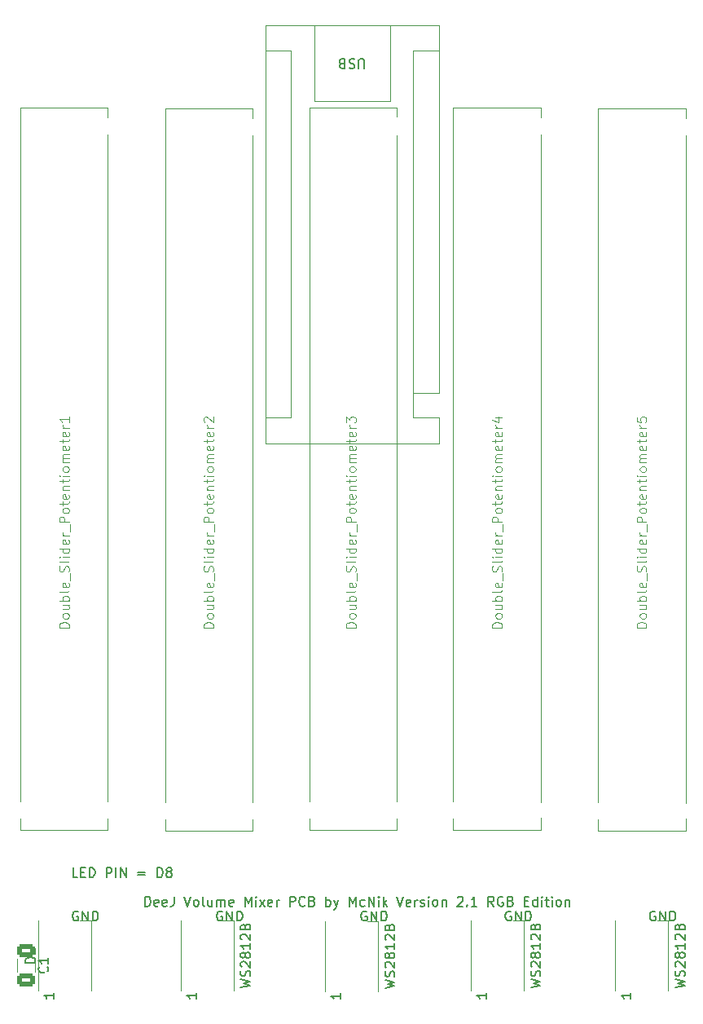
<source format=gto>
%TF.GenerationSoftware,KiCad,Pcbnew,8.0.0*%
%TF.CreationDate,2024-07-15T16:45:47+02:00*%
%TF.ProjectId,Audio-Controller V2.1.kicad_pcb,41756469-6f2d-4436-9f6e-74726f6c6c65,rev?*%
%TF.SameCoordinates,Original*%
%TF.FileFunction,Legend,Top*%
%TF.FilePolarity,Positive*%
%FSLAX46Y46*%
G04 Gerber Fmt 4.6, Leading zero omitted, Abs format (unit mm)*
G04 Created by KiCad (PCBNEW 8.0.0) date 2024-07-15 16:45:47*
%MOMM*%
%LPD*%
G01*
G04 APERTURE LIST*
G04 Aperture macros list*
%AMRoundRect*
0 Rectangle with rounded corners*
0 $1 Rounding radius*
0 $2 $3 $4 $5 $6 $7 $8 $9 X,Y pos of 4 corners*
0 Add a 4 corners polygon primitive as box body*
4,1,4,$2,$3,$4,$5,$6,$7,$8,$9,$2,$3,0*
0 Add four circle primitives for the rounded corners*
1,1,$1+$1,$2,$3*
1,1,$1+$1,$4,$5*
1,1,$1+$1,$6,$7*
1,1,$1+$1,$8,$9*
0 Add four rect primitives between the rounded corners*
20,1,$1+$1,$2,$3,$4,$5,0*
20,1,$1+$1,$4,$5,$6,$7,0*
20,1,$1+$1,$6,$7,$8,$9,0*
20,1,$1+$1,$8,$9,$2,$3,0*%
G04 Aperture macros list end*
%ADD10C,0.200000*%
%ADD11C,0.100000*%
%ADD12C,0.150000*%
%ADD13C,0.120000*%
%ADD14C,2.000000*%
%ADD15C,3.500000*%
%ADD16R,0.900000X1.500000*%
%ADD17R,1.600000X1.600000*%
%ADD18O,1.600000X1.600000*%
%ADD19RoundRect,0.250000X-0.650000X0.412500X-0.650000X-0.412500X0.650000X-0.412500X0.650000X0.412500X0*%
G04 APERTURE END LIST*
D10*
X55893482Y-108414838D02*
X55798244Y-108367219D01*
X55798244Y-108367219D02*
X55655387Y-108367219D01*
X55655387Y-108367219D02*
X55512530Y-108414838D01*
X55512530Y-108414838D02*
X55417292Y-108510076D01*
X55417292Y-108510076D02*
X55369673Y-108605314D01*
X55369673Y-108605314D02*
X55322054Y-108795790D01*
X55322054Y-108795790D02*
X55322054Y-108938647D01*
X55322054Y-108938647D02*
X55369673Y-109129123D01*
X55369673Y-109129123D02*
X55417292Y-109224361D01*
X55417292Y-109224361D02*
X55512530Y-109319600D01*
X55512530Y-109319600D02*
X55655387Y-109367219D01*
X55655387Y-109367219D02*
X55750625Y-109367219D01*
X55750625Y-109367219D02*
X55893482Y-109319600D01*
X55893482Y-109319600D02*
X55941101Y-109271980D01*
X55941101Y-109271980D02*
X55941101Y-108938647D01*
X55941101Y-108938647D02*
X55750625Y-108938647D01*
X56369673Y-109367219D02*
X56369673Y-108367219D01*
X56369673Y-108367219D02*
X56941101Y-109367219D01*
X56941101Y-109367219D02*
X56941101Y-108367219D01*
X57417292Y-109367219D02*
X57417292Y-108367219D01*
X57417292Y-108367219D02*
X57655387Y-108367219D01*
X57655387Y-108367219D02*
X57798244Y-108414838D01*
X57798244Y-108414838D02*
X57893482Y-108510076D01*
X57893482Y-108510076D02*
X57941101Y-108605314D01*
X57941101Y-108605314D02*
X57988720Y-108795790D01*
X57988720Y-108795790D02*
X57988720Y-108938647D01*
X57988720Y-108938647D02*
X57941101Y-109129123D01*
X57941101Y-109129123D02*
X57893482Y-109224361D01*
X57893482Y-109224361D02*
X57798244Y-109319600D01*
X57798244Y-109319600D02*
X57655387Y-109367219D01*
X57655387Y-109367219D02*
X57417292Y-109367219D01*
X55845863Y-104867219D02*
X55369673Y-104867219D01*
X55369673Y-104867219D02*
X55369673Y-103867219D01*
X56179197Y-104343409D02*
X56512530Y-104343409D01*
X56655387Y-104867219D02*
X56179197Y-104867219D01*
X56179197Y-104867219D02*
X56179197Y-103867219D01*
X56179197Y-103867219D02*
X56655387Y-103867219D01*
X57083959Y-104867219D02*
X57083959Y-103867219D01*
X57083959Y-103867219D02*
X57322054Y-103867219D01*
X57322054Y-103867219D02*
X57464911Y-103914838D01*
X57464911Y-103914838D02*
X57560149Y-104010076D01*
X57560149Y-104010076D02*
X57607768Y-104105314D01*
X57607768Y-104105314D02*
X57655387Y-104295790D01*
X57655387Y-104295790D02*
X57655387Y-104438647D01*
X57655387Y-104438647D02*
X57607768Y-104629123D01*
X57607768Y-104629123D02*
X57560149Y-104724361D01*
X57560149Y-104724361D02*
X57464911Y-104819600D01*
X57464911Y-104819600D02*
X57322054Y-104867219D01*
X57322054Y-104867219D02*
X57083959Y-104867219D01*
X58845864Y-104867219D02*
X58845864Y-103867219D01*
X58845864Y-103867219D02*
X59226816Y-103867219D01*
X59226816Y-103867219D02*
X59322054Y-103914838D01*
X59322054Y-103914838D02*
X59369673Y-103962457D01*
X59369673Y-103962457D02*
X59417292Y-104057695D01*
X59417292Y-104057695D02*
X59417292Y-104200552D01*
X59417292Y-104200552D02*
X59369673Y-104295790D01*
X59369673Y-104295790D02*
X59322054Y-104343409D01*
X59322054Y-104343409D02*
X59226816Y-104391028D01*
X59226816Y-104391028D02*
X58845864Y-104391028D01*
X59845864Y-104867219D02*
X59845864Y-103867219D01*
X60322054Y-104867219D02*
X60322054Y-103867219D01*
X60322054Y-103867219D02*
X60893482Y-104867219D01*
X60893482Y-104867219D02*
X60893482Y-103867219D01*
X62131578Y-104343409D02*
X62893483Y-104343409D01*
X62893483Y-104629123D02*
X62131578Y-104629123D01*
X64131578Y-104867219D02*
X64131578Y-103867219D01*
X64131578Y-103867219D02*
X64369673Y-103867219D01*
X64369673Y-103867219D02*
X64512530Y-103914838D01*
X64512530Y-103914838D02*
X64607768Y-104010076D01*
X64607768Y-104010076D02*
X64655387Y-104105314D01*
X64655387Y-104105314D02*
X64703006Y-104295790D01*
X64703006Y-104295790D02*
X64703006Y-104438647D01*
X64703006Y-104438647D02*
X64655387Y-104629123D01*
X64655387Y-104629123D02*
X64607768Y-104724361D01*
X64607768Y-104724361D02*
X64512530Y-104819600D01*
X64512530Y-104819600D02*
X64369673Y-104867219D01*
X64369673Y-104867219D02*
X64131578Y-104867219D01*
X65274435Y-104295790D02*
X65179197Y-104248171D01*
X65179197Y-104248171D02*
X65131578Y-104200552D01*
X65131578Y-104200552D02*
X65083959Y-104105314D01*
X65083959Y-104105314D02*
X65083959Y-104057695D01*
X65083959Y-104057695D02*
X65131578Y-103962457D01*
X65131578Y-103962457D02*
X65179197Y-103914838D01*
X65179197Y-103914838D02*
X65274435Y-103867219D01*
X65274435Y-103867219D02*
X65464911Y-103867219D01*
X65464911Y-103867219D02*
X65560149Y-103914838D01*
X65560149Y-103914838D02*
X65607768Y-103962457D01*
X65607768Y-103962457D02*
X65655387Y-104057695D01*
X65655387Y-104057695D02*
X65655387Y-104105314D01*
X65655387Y-104105314D02*
X65607768Y-104200552D01*
X65607768Y-104200552D02*
X65560149Y-104248171D01*
X65560149Y-104248171D02*
X65464911Y-104295790D01*
X65464911Y-104295790D02*
X65274435Y-104295790D01*
X65274435Y-104295790D02*
X65179197Y-104343409D01*
X65179197Y-104343409D02*
X65131578Y-104391028D01*
X65131578Y-104391028D02*
X65083959Y-104486266D01*
X65083959Y-104486266D02*
X65083959Y-104676742D01*
X65083959Y-104676742D02*
X65131578Y-104771980D01*
X65131578Y-104771980D02*
X65179197Y-104819600D01*
X65179197Y-104819600D02*
X65274435Y-104867219D01*
X65274435Y-104867219D02*
X65464911Y-104867219D01*
X65464911Y-104867219D02*
X65560149Y-104819600D01*
X65560149Y-104819600D02*
X65607768Y-104771980D01*
X65607768Y-104771980D02*
X65655387Y-104676742D01*
X65655387Y-104676742D02*
X65655387Y-104486266D01*
X65655387Y-104486266D02*
X65607768Y-104391028D01*
X65607768Y-104391028D02*
X65560149Y-104343409D01*
X65560149Y-104343409D02*
X65464911Y-104295790D01*
X62869673Y-107867219D02*
X62869673Y-106867219D01*
X62869673Y-106867219D02*
X63107768Y-106867219D01*
X63107768Y-106867219D02*
X63250625Y-106914838D01*
X63250625Y-106914838D02*
X63345863Y-107010076D01*
X63345863Y-107010076D02*
X63393482Y-107105314D01*
X63393482Y-107105314D02*
X63441101Y-107295790D01*
X63441101Y-107295790D02*
X63441101Y-107438647D01*
X63441101Y-107438647D02*
X63393482Y-107629123D01*
X63393482Y-107629123D02*
X63345863Y-107724361D01*
X63345863Y-107724361D02*
X63250625Y-107819600D01*
X63250625Y-107819600D02*
X63107768Y-107867219D01*
X63107768Y-107867219D02*
X62869673Y-107867219D01*
X64250625Y-107819600D02*
X64155387Y-107867219D01*
X64155387Y-107867219D02*
X63964911Y-107867219D01*
X63964911Y-107867219D02*
X63869673Y-107819600D01*
X63869673Y-107819600D02*
X63822054Y-107724361D01*
X63822054Y-107724361D02*
X63822054Y-107343409D01*
X63822054Y-107343409D02*
X63869673Y-107248171D01*
X63869673Y-107248171D02*
X63964911Y-107200552D01*
X63964911Y-107200552D02*
X64155387Y-107200552D01*
X64155387Y-107200552D02*
X64250625Y-107248171D01*
X64250625Y-107248171D02*
X64298244Y-107343409D01*
X64298244Y-107343409D02*
X64298244Y-107438647D01*
X64298244Y-107438647D02*
X63822054Y-107533885D01*
X65107768Y-107819600D02*
X65012530Y-107867219D01*
X65012530Y-107867219D02*
X64822054Y-107867219D01*
X64822054Y-107867219D02*
X64726816Y-107819600D01*
X64726816Y-107819600D02*
X64679197Y-107724361D01*
X64679197Y-107724361D02*
X64679197Y-107343409D01*
X64679197Y-107343409D02*
X64726816Y-107248171D01*
X64726816Y-107248171D02*
X64822054Y-107200552D01*
X64822054Y-107200552D02*
X65012530Y-107200552D01*
X65012530Y-107200552D02*
X65107768Y-107248171D01*
X65107768Y-107248171D02*
X65155387Y-107343409D01*
X65155387Y-107343409D02*
X65155387Y-107438647D01*
X65155387Y-107438647D02*
X64679197Y-107533885D01*
X65869673Y-106867219D02*
X65869673Y-107581504D01*
X65869673Y-107581504D02*
X65822054Y-107724361D01*
X65822054Y-107724361D02*
X65726816Y-107819600D01*
X65726816Y-107819600D02*
X65583959Y-107867219D01*
X65583959Y-107867219D02*
X65488721Y-107867219D01*
X66964912Y-106867219D02*
X67298245Y-107867219D01*
X67298245Y-107867219D02*
X67631578Y-106867219D01*
X68107769Y-107867219D02*
X68012531Y-107819600D01*
X68012531Y-107819600D02*
X67964912Y-107771980D01*
X67964912Y-107771980D02*
X67917293Y-107676742D01*
X67917293Y-107676742D02*
X67917293Y-107391028D01*
X67917293Y-107391028D02*
X67964912Y-107295790D01*
X67964912Y-107295790D02*
X68012531Y-107248171D01*
X68012531Y-107248171D02*
X68107769Y-107200552D01*
X68107769Y-107200552D02*
X68250626Y-107200552D01*
X68250626Y-107200552D02*
X68345864Y-107248171D01*
X68345864Y-107248171D02*
X68393483Y-107295790D01*
X68393483Y-107295790D02*
X68441102Y-107391028D01*
X68441102Y-107391028D02*
X68441102Y-107676742D01*
X68441102Y-107676742D02*
X68393483Y-107771980D01*
X68393483Y-107771980D02*
X68345864Y-107819600D01*
X68345864Y-107819600D02*
X68250626Y-107867219D01*
X68250626Y-107867219D02*
X68107769Y-107867219D01*
X69012531Y-107867219D02*
X68917293Y-107819600D01*
X68917293Y-107819600D02*
X68869674Y-107724361D01*
X68869674Y-107724361D02*
X68869674Y-106867219D01*
X69822055Y-107200552D02*
X69822055Y-107867219D01*
X69393484Y-107200552D02*
X69393484Y-107724361D01*
X69393484Y-107724361D02*
X69441103Y-107819600D01*
X69441103Y-107819600D02*
X69536341Y-107867219D01*
X69536341Y-107867219D02*
X69679198Y-107867219D01*
X69679198Y-107867219D02*
X69774436Y-107819600D01*
X69774436Y-107819600D02*
X69822055Y-107771980D01*
X70298246Y-107867219D02*
X70298246Y-107200552D01*
X70298246Y-107295790D02*
X70345865Y-107248171D01*
X70345865Y-107248171D02*
X70441103Y-107200552D01*
X70441103Y-107200552D02*
X70583960Y-107200552D01*
X70583960Y-107200552D02*
X70679198Y-107248171D01*
X70679198Y-107248171D02*
X70726817Y-107343409D01*
X70726817Y-107343409D02*
X70726817Y-107867219D01*
X70726817Y-107343409D02*
X70774436Y-107248171D01*
X70774436Y-107248171D02*
X70869674Y-107200552D01*
X70869674Y-107200552D02*
X71012531Y-107200552D01*
X71012531Y-107200552D02*
X71107770Y-107248171D01*
X71107770Y-107248171D02*
X71155389Y-107343409D01*
X71155389Y-107343409D02*
X71155389Y-107867219D01*
X72012531Y-107819600D02*
X71917293Y-107867219D01*
X71917293Y-107867219D02*
X71726817Y-107867219D01*
X71726817Y-107867219D02*
X71631579Y-107819600D01*
X71631579Y-107819600D02*
X71583960Y-107724361D01*
X71583960Y-107724361D02*
X71583960Y-107343409D01*
X71583960Y-107343409D02*
X71631579Y-107248171D01*
X71631579Y-107248171D02*
X71726817Y-107200552D01*
X71726817Y-107200552D02*
X71917293Y-107200552D01*
X71917293Y-107200552D02*
X72012531Y-107248171D01*
X72012531Y-107248171D02*
X72060150Y-107343409D01*
X72060150Y-107343409D02*
X72060150Y-107438647D01*
X72060150Y-107438647D02*
X71583960Y-107533885D01*
X73250627Y-107867219D02*
X73250627Y-106867219D01*
X73250627Y-106867219D02*
X73583960Y-107581504D01*
X73583960Y-107581504D02*
X73917293Y-106867219D01*
X73917293Y-106867219D02*
X73917293Y-107867219D01*
X74393484Y-107867219D02*
X74393484Y-107200552D01*
X74393484Y-106867219D02*
X74345865Y-106914838D01*
X74345865Y-106914838D02*
X74393484Y-106962457D01*
X74393484Y-106962457D02*
X74441103Y-106914838D01*
X74441103Y-106914838D02*
X74393484Y-106867219D01*
X74393484Y-106867219D02*
X74393484Y-106962457D01*
X74774436Y-107867219D02*
X75298245Y-107200552D01*
X74774436Y-107200552D02*
X75298245Y-107867219D01*
X76060150Y-107819600D02*
X75964912Y-107867219D01*
X75964912Y-107867219D02*
X75774436Y-107867219D01*
X75774436Y-107867219D02*
X75679198Y-107819600D01*
X75679198Y-107819600D02*
X75631579Y-107724361D01*
X75631579Y-107724361D02*
X75631579Y-107343409D01*
X75631579Y-107343409D02*
X75679198Y-107248171D01*
X75679198Y-107248171D02*
X75774436Y-107200552D01*
X75774436Y-107200552D02*
X75964912Y-107200552D01*
X75964912Y-107200552D02*
X76060150Y-107248171D01*
X76060150Y-107248171D02*
X76107769Y-107343409D01*
X76107769Y-107343409D02*
X76107769Y-107438647D01*
X76107769Y-107438647D02*
X75631579Y-107533885D01*
X76536341Y-107867219D02*
X76536341Y-107200552D01*
X76536341Y-107391028D02*
X76583960Y-107295790D01*
X76583960Y-107295790D02*
X76631579Y-107248171D01*
X76631579Y-107248171D02*
X76726817Y-107200552D01*
X76726817Y-107200552D02*
X76822055Y-107200552D01*
X77917294Y-107867219D02*
X77917294Y-106867219D01*
X77917294Y-106867219D02*
X78298246Y-106867219D01*
X78298246Y-106867219D02*
X78393484Y-106914838D01*
X78393484Y-106914838D02*
X78441103Y-106962457D01*
X78441103Y-106962457D02*
X78488722Y-107057695D01*
X78488722Y-107057695D02*
X78488722Y-107200552D01*
X78488722Y-107200552D02*
X78441103Y-107295790D01*
X78441103Y-107295790D02*
X78393484Y-107343409D01*
X78393484Y-107343409D02*
X78298246Y-107391028D01*
X78298246Y-107391028D02*
X77917294Y-107391028D01*
X79488722Y-107771980D02*
X79441103Y-107819600D01*
X79441103Y-107819600D02*
X79298246Y-107867219D01*
X79298246Y-107867219D02*
X79203008Y-107867219D01*
X79203008Y-107867219D02*
X79060151Y-107819600D01*
X79060151Y-107819600D02*
X78964913Y-107724361D01*
X78964913Y-107724361D02*
X78917294Y-107629123D01*
X78917294Y-107629123D02*
X78869675Y-107438647D01*
X78869675Y-107438647D02*
X78869675Y-107295790D01*
X78869675Y-107295790D02*
X78917294Y-107105314D01*
X78917294Y-107105314D02*
X78964913Y-107010076D01*
X78964913Y-107010076D02*
X79060151Y-106914838D01*
X79060151Y-106914838D02*
X79203008Y-106867219D01*
X79203008Y-106867219D02*
X79298246Y-106867219D01*
X79298246Y-106867219D02*
X79441103Y-106914838D01*
X79441103Y-106914838D02*
X79488722Y-106962457D01*
X80250627Y-107343409D02*
X80393484Y-107391028D01*
X80393484Y-107391028D02*
X80441103Y-107438647D01*
X80441103Y-107438647D02*
X80488722Y-107533885D01*
X80488722Y-107533885D02*
X80488722Y-107676742D01*
X80488722Y-107676742D02*
X80441103Y-107771980D01*
X80441103Y-107771980D02*
X80393484Y-107819600D01*
X80393484Y-107819600D02*
X80298246Y-107867219D01*
X80298246Y-107867219D02*
X79917294Y-107867219D01*
X79917294Y-107867219D02*
X79917294Y-106867219D01*
X79917294Y-106867219D02*
X80250627Y-106867219D01*
X80250627Y-106867219D02*
X80345865Y-106914838D01*
X80345865Y-106914838D02*
X80393484Y-106962457D01*
X80393484Y-106962457D02*
X80441103Y-107057695D01*
X80441103Y-107057695D02*
X80441103Y-107152933D01*
X80441103Y-107152933D02*
X80393484Y-107248171D01*
X80393484Y-107248171D02*
X80345865Y-107295790D01*
X80345865Y-107295790D02*
X80250627Y-107343409D01*
X80250627Y-107343409D02*
X79917294Y-107343409D01*
X81679199Y-107867219D02*
X81679199Y-106867219D01*
X81679199Y-107248171D02*
X81774437Y-107200552D01*
X81774437Y-107200552D02*
X81964913Y-107200552D01*
X81964913Y-107200552D02*
X82060151Y-107248171D01*
X82060151Y-107248171D02*
X82107770Y-107295790D01*
X82107770Y-107295790D02*
X82155389Y-107391028D01*
X82155389Y-107391028D02*
X82155389Y-107676742D01*
X82155389Y-107676742D02*
X82107770Y-107771980D01*
X82107770Y-107771980D02*
X82060151Y-107819600D01*
X82060151Y-107819600D02*
X81964913Y-107867219D01*
X81964913Y-107867219D02*
X81774437Y-107867219D01*
X81774437Y-107867219D02*
X81679199Y-107819600D01*
X82488723Y-107200552D02*
X82726818Y-107867219D01*
X82964913Y-107200552D02*
X82726818Y-107867219D01*
X82726818Y-107867219D02*
X82631580Y-108105314D01*
X82631580Y-108105314D02*
X82583961Y-108152933D01*
X82583961Y-108152933D02*
X82488723Y-108200552D01*
X84107771Y-107867219D02*
X84107771Y-106867219D01*
X84107771Y-106867219D02*
X84441104Y-107581504D01*
X84441104Y-107581504D02*
X84774437Y-106867219D01*
X84774437Y-106867219D02*
X84774437Y-107867219D01*
X85679199Y-107819600D02*
X85583961Y-107867219D01*
X85583961Y-107867219D02*
X85393485Y-107867219D01*
X85393485Y-107867219D02*
X85298247Y-107819600D01*
X85298247Y-107819600D02*
X85250628Y-107771980D01*
X85250628Y-107771980D02*
X85203009Y-107676742D01*
X85203009Y-107676742D02*
X85203009Y-107391028D01*
X85203009Y-107391028D02*
X85250628Y-107295790D01*
X85250628Y-107295790D02*
X85298247Y-107248171D01*
X85298247Y-107248171D02*
X85393485Y-107200552D01*
X85393485Y-107200552D02*
X85583961Y-107200552D01*
X85583961Y-107200552D02*
X85679199Y-107248171D01*
X86107771Y-107867219D02*
X86107771Y-106867219D01*
X86107771Y-106867219D02*
X86679199Y-107867219D01*
X86679199Y-107867219D02*
X86679199Y-106867219D01*
X87155390Y-107867219D02*
X87155390Y-107200552D01*
X87155390Y-106867219D02*
X87107771Y-106914838D01*
X87107771Y-106914838D02*
X87155390Y-106962457D01*
X87155390Y-106962457D02*
X87203009Y-106914838D01*
X87203009Y-106914838D02*
X87155390Y-106867219D01*
X87155390Y-106867219D02*
X87155390Y-106962457D01*
X87631580Y-107867219D02*
X87631580Y-106867219D01*
X87726818Y-107486266D02*
X88012532Y-107867219D01*
X88012532Y-107200552D02*
X87631580Y-107581504D01*
X89060152Y-106867219D02*
X89393485Y-107867219D01*
X89393485Y-107867219D02*
X89726818Y-106867219D01*
X90441104Y-107819600D02*
X90345866Y-107867219D01*
X90345866Y-107867219D02*
X90155390Y-107867219D01*
X90155390Y-107867219D02*
X90060152Y-107819600D01*
X90060152Y-107819600D02*
X90012533Y-107724361D01*
X90012533Y-107724361D02*
X90012533Y-107343409D01*
X90012533Y-107343409D02*
X90060152Y-107248171D01*
X90060152Y-107248171D02*
X90155390Y-107200552D01*
X90155390Y-107200552D02*
X90345866Y-107200552D01*
X90345866Y-107200552D02*
X90441104Y-107248171D01*
X90441104Y-107248171D02*
X90488723Y-107343409D01*
X90488723Y-107343409D02*
X90488723Y-107438647D01*
X90488723Y-107438647D02*
X90012533Y-107533885D01*
X90917295Y-107867219D02*
X90917295Y-107200552D01*
X90917295Y-107391028D02*
X90964914Y-107295790D01*
X90964914Y-107295790D02*
X91012533Y-107248171D01*
X91012533Y-107248171D02*
X91107771Y-107200552D01*
X91107771Y-107200552D02*
X91203009Y-107200552D01*
X91488724Y-107819600D02*
X91583962Y-107867219D01*
X91583962Y-107867219D02*
X91774438Y-107867219D01*
X91774438Y-107867219D02*
X91869676Y-107819600D01*
X91869676Y-107819600D02*
X91917295Y-107724361D01*
X91917295Y-107724361D02*
X91917295Y-107676742D01*
X91917295Y-107676742D02*
X91869676Y-107581504D01*
X91869676Y-107581504D02*
X91774438Y-107533885D01*
X91774438Y-107533885D02*
X91631581Y-107533885D01*
X91631581Y-107533885D02*
X91536343Y-107486266D01*
X91536343Y-107486266D02*
X91488724Y-107391028D01*
X91488724Y-107391028D02*
X91488724Y-107343409D01*
X91488724Y-107343409D02*
X91536343Y-107248171D01*
X91536343Y-107248171D02*
X91631581Y-107200552D01*
X91631581Y-107200552D02*
X91774438Y-107200552D01*
X91774438Y-107200552D02*
X91869676Y-107248171D01*
X92345867Y-107867219D02*
X92345867Y-107200552D01*
X92345867Y-106867219D02*
X92298248Y-106914838D01*
X92298248Y-106914838D02*
X92345867Y-106962457D01*
X92345867Y-106962457D02*
X92393486Y-106914838D01*
X92393486Y-106914838D02*
X92345867Y-106867219D01*
X92345867Y-106867219D02*
X92345867Y-106962457D01*
X92964914Y-107867219D02*
X92869676Y-107819600D01*
X92869676Y-107819600D02*
X92822057Y-107771980D01*
X92822057Y-107771980D02*
X92774438Y-107676742D01*
X92774438Y-107676742D02*
X92774438Y-107391028D01*
X92774438Y-107391028D02*
X92822057Y-107295790D01*
X92822057Y-107295790D02*
X92869676Y-107248171D01*
X92869676Y-107248171D02*
X92964914Y-107200552D01*
X92964914Y-107200552D02*
X93107771Y-107200552D01*
X93107771Y-107200552D02*
X93203009Y-107248171D01*
X93203009Y-107248171D02*
X93250628Y-107295790D01*
X93250628Y-107295790D02*
X93298247Y-107391028D01*
X93298247Y-107391028D02*
X93298247Y-107676742D01*
X93298247Y-107676742D02*
X93250628Y-107771980D01*
X93250628Y-107771980D02*
X93203009Y-107819600D01*
X93203009Y-107819600D02*
X93107771Y-107867219D01*
X93107771Y-107867219D02*
X92964914Y-107867219D01*
X93726819Y-107200552D02*
X93726819Y-107867219D01*
X93726819Y-107295790D02*
X93774438Y-107248171D01*
X93774438Y-107248171D02*
X93869676Y-107200552D01*
X93869676Y-107200552D02*
X94012533Y-107200552D01*
X94012533Y-107200552D02*
X94107771Y-107248171D01*
X94107771Y-107248171D02*
X94155390Y-107343409D01*
X94155390Y-107343409D02*
X94155390Y-107867219D01*
X95345867Y-106962457D02*
X95393486Y-106914838D01*
X95393486Y-106914838D02*
X95488724Y-106867219D01*
X95488724Y-106867219D02*
X95726819Y-106867219D01*
X95726819Y-106867219D02*
X95822057Y-106914838D01*
X95822057Y-106914838D02*
X95869676Y-106962457D01*
X95869676Y-106962457D02*
X95917295Y-107057695D01*
X95917295Y-107057695D02*
X95917295Y-107152933D01*
X95917295Y-107152933D02*
X95869676Y-107295790D01*
X95869676Y-107295790D02*
X95298248Y-107867219D01*
X95298248Y-107867219D02*
X95917295Y-107867219D01*
X96345867Y-107771980D02*
X96393486Y-107819600D01*
X96393486Y-107819600D02*
X96345867Y-107867219D01*
X96345867Y-107867219D02*
X96298248Y-107819600D01*
X96298248Y-107819600D02*
X96345867Y-107771980D01*
X96345867Y-107771980D02*
X96345867Y-107867219D01*
X97345866Y-107867219D02*
X96774438Y-107867219D01*
X97060152Y-107867219D02*
X97060152Y-106867219D01*
X97060152Y-106867219D02*
X96964914Y-107010076D01*
X96964914Y-107010076D02*
X96869676Y-107105314D01*
X96869676Y-107105314D02*
X96774438Y-107152933D01*
X99107771Y-107867219D02*
X98774438Y-107391028D01*
X98536343Y-107867219D02*
X98536343Y-106867219D01*
X98536343Y-106867219D02*
X98917295Y-106867219D01*
X98917295Y-106867219D02*
X99012533Y-106914838D01*
X99012533Y-106914838D02*
X99060152Y-106962457D01*
X99060152Y-106962457D02*
X99107771Y-107057695D01*
X99107771Y-107057695D02*
X99107771Y-107200552D01*
X99107771Y-107200552D02*
X99060152Y-107295790D01*
X99060152Y-107295790D02*
X99012533Y-107343409D01*
X99012533Y-107343409D02*
X98917295Y-107391028D01*
X98917295Y-107391028D02*
X98536343Y-107391028D01*
X100060152Y-106914838D02*
X99964914Y-106867219D01*
X99964914Y-106867219D02*
X99822057Y-106867219D01*
X99822057Y-106867219D02*
X99679200Y-106914838D01*
X99679200Y-106914838D02*
X99583962Y-107010076D01*
X99583962Y-107010076D02*
X99536343Y-107105314D01*
X99536343Y-107105314D02*
X99488724Y-107295790D01*
X99488724Y-107295790D02*
X99488724Y-107438647D01*
X99488724Y-107438647D02*
X99536343Y-107629123D01*
X99536343Y-107629123D02*
X99583962Y-107724361D01*
X99583962Y-107724361D02*
X99679200Y-107819600D01*
X99679200Y-107819600D02*
X99822057Y-107867219D01*
X99822057Y-107867219D02*
X99917295Y-107867219D01*
X99917295Y-107867219D02*
X100060152Y-107819600D01*
X100060152Y-107819600D02*
X100107771Y-107771980D01*
X100107771Y-107771980D02*
X100107771Y-107438647D01*
X100107771Y-107438647D02*
X99917295Y-107438647D01*
X100869676Y-107343409D02*
X101012533Y-107391028D01*
X101012533Y-107391028D02*
X101060152Y-107438647D01*
X101060152Y-107438647D02*
X101107771Y-107533885D01*
X101107771Y-107533885D02*
X101107771Y-107676742D01*
X101107771Y-107676742D02*
X101060152Y-107771980D01*
X101060152Y-107771980D02*
X101012533Y-107819600D01*
X101012533Y-107819600D02*
X100917295Y-107867219D01*
X100917295Y-107867219D02*
X100536343Y-107867219D01*
X100536343Y-107867219D02*
X100536343Y-106867219D01*
X100536343Y-106867219D02*
X100869676Y-106867219D01*
X100869676Y-106867219D02*
X100964914Y-106914838D01*
X100964914Y-106914838D02*
X101012533Y-106962457D01*
X101012533Y-106962457D02*
X101060152Y-107057695D01*
X101060152Y-107057695D02*
X101060152Y-107152933D01*
X101060152Y-107152933D02*
X101012533Y-107248171D01*
X101012533Y-107248171D02*
X100964914Y-107295790D01*
X100964914Y-107295790D02*
X100869676Y-107343409D01*
X100869676Y-107343409D02*
X100536343Y-107343409D01*
X102298248Y-107343409D02*
X102631581Y-107343409D01*
X102774438Y-107867219D02*
X102298248Y-107867219D01*
X102298248Y-107867219D02*
X102298248Y-106867219D01*
X102298248Y-106867219D02*
X102774438Y-106867219D01*
X103631581Y-107867219D02*
X103631581Y-106867219D01*
X103631581Y-107819600D02*
X103536343Y-107867219D01*
X103536343Y-107867219D02*
X103345867Y-107867219D01*
X103345867Y-107867219D02*
X103250629Y-107819600D01*
X103250629Y-107819600D02*
X103203010Y-107771980D01*
X103203010Y-107771980D02*
X103155391Y-107676742D01*
X103155391Y-107676742D02*
X103155391Y-107391028D01*
X103155391Y-107391028D02*
X103203010Y-107295790D01*
X103203010Y-107295790D02*
X103250629Y-107248171D01*
X103250629Y-107248171D02*
X103345867Y-107200552D01*
X103345867Y-107200552D02*
X103536343Y-107200552D01*
X103536343Y-107200552D02*
X103631581Y-107248171D01*
X104107772Y-107867219D02*
X104107772Y-107200552D01*
X104107772Y-106867219D02*
X104060153Y-106914838D01*
X104060153Y-106914838D02*
X104107772Y-106962457D01*
X104107772Y-106962457D02*
X104155391Y-106914838D01*
X104155391Y-106914838D02*
X104107772Y-106867219D01*
X104107772Y-106867219D02*
X104107772Y-106962457D01*
X104441105Y-107200552D02*
X104822057Y-107200552D01*
X104583962Y-106867219D02*
X104583962Y-107724361D01*
X104583962Y-107724361D02*
X104631581Y-107819600D01*
X104631581Y-107819600D02*
X104726819Y-107867219D01*
X104726819Y-107867219D02*
X104822057Y-107867219D01*
X105155391Y-107867219D02*
X105155391Y-107200552D01*
X105155391Y-106867219D02*
X105107772Y-106914838D01*
X105107772Y-106914838D02*
X105155391Y-106962457D01*
X105155391Y-106962457D02*
X105203010Y-106914838D01*
X105203010Y-106914838D02*
X105155391Y-106867219D01*
X105155391Y-106867219D02*
X105155391Y-106962457D01*
X105774438Y-107867219D02*
X105679200Y-107819600D01*
X105679200Y-107819600D02*
X105631581Y-107771980D01*
X105631581Y-107771980D02*
X105583962Y-107676742D01*
X105583962Y-107676742D02*
X105583962Y-107391028D01*
X105583962Y-107391028D02*
X105631581Y-107295790D01*
X105631581Y-107295790D02*
X105679200Y-107248171D01*
X105679200Y-107248171D02*
X105774438Y-107200552D01*
X105774438Y-107200552D02*
X105917295Y-107200552D01*
X105917295Y-107200552D02*
X106012533Y-107248171D01*
X106012533Y-107248171D02*
X106060152Y-107295790D01*
X106060152Y-107295790D02*
X106107771Y-107391028D01*
X106107771Y-107391028D02*
X106107771Y-107676742D01*
X106107771Y-107676742D02*
X106060152Y-107771980D01*
X106060152Y-107771980D02*
X106012533Y-107819600D01*
X106012533Y-107819600D02*
X105917295Y-107867219D01*
X105917295Y-107867219D02*
X105774438Y-107867219D01*
X106536343Y-107200552D02*
X106536343Y-107867219D01*
X106536343Y-107295790D02*
X106583962Y-107248171D01*
X106583962Y-107248171D02*
X106679200Y-107200552D01*
X106679200Y-107200552D02*
X106822057Y-107200552D01*
X106822057Y-107200552D02*
X106917295Y-107248171D01*
X106917295Y-107248171D02*
X106964914Y-107343409D01*
X106964914Y-107343409D02*
X106964914Y-107867219D01*
X100893482Y-108414838D02*
X100798244Y-108367219D01*
X100798244Y-108367219D02*
X100655387Y-108367219D01*
X100655387Y-108367219D02*
X100512530Y-108414838D01*
X100512530Y-108414838D02*
X100417292Y-108510076D01*
X100417292Y-108510076D02*
X100369673Y-108605314D01*
X100369673Y-108605314D02*
X100322054Y-108795790D01*
X100322054Y-108795790D02*
X100322054Y-108938647D01*
X100322054Y-108938647D02*
X100369673Y-109129123D01*
X100369673Y-109129123D02*
X100417292Y-109224361D01*
X100417292Y-109224361D02*
X100512530Y-109319600D01*
X100512530Y-109319600D02*
X100655387Y-109367219D01*
X100655387Y-109367219D02*
X100750625Y-109367219D01*
X100750625Y-109367219D02*
X100893482Y-109319600D01*
X100893482Y-109319600D02*
X100941101Y-109271980D01*
X100941101Y-109271980D02*
X100941101Y-108938647D01*
X100941101Y-108938647D02*
X100750625Y-108938647D01*
X101369673Y-109367219D02*
X101369673Y-108367219D01*
X101369673Y-108367219D02*
X101941101Y-109367219D01*
X101941101Y-109367219D02*
X101941101Y-108367219D01*
X102417292Y-109367219D02*
X102417292Y-108367219D01*
X102417292Y-108367219D02*
X102655387Y-108367219D01*
X102655387Y-108367219D02*
X102798244Y-108414838D01*
X102798244Y-108414838D02*
X102893482Y-108510076D01*
X102893482Y-108510076D02*
X102941101Y-108605314D01*
X102941101Y-108605314D02*
X102988720Y-108795790D01*
X102988720Y-108795790D02*
X102988720Y-108938647D01*
X102988720Y-108938647D02*
X102941101Y-109129123D01*
X102941101Y-109129123D02*
X102893482Y-109224361D01*
X102893482Y-109224361D02*
X102798244Y-109319600D01*
X102798244Y-109319600D02*
X102655387Y-109367219D01*
X102655387Y-109367219D02*
X102417292Y-109367219D01*
X115893482Y-108414838D02*
X115798244Y-108367219D01*
X115798244Y-108367219D02*
X115655387Y-108367219D01*
X115655387Y-108367219D02*
X115512530Y-108414838D01*
X115512530Y-108414838D02*
X115417292Y-108510076D01*
X115417292Y-108510076D02*
X115369673Y-108605314D01*
X115369673Y-108605314D02*
X115322054Y-108795790D01*
X115322054Y-108795790D02*
X115322054Y-108938647D01*
X115322054Y-108938647D02*
X115369673Y-109129123D01*
X115369673Y-109129123D02*
X115417292Y-109224361D01*
X115417292Y-109224361D02*
X115512530Y-109319600D01*
X115512530Y-109319600D02*
X115655387Y-109367219D01*
X115655387Y-109367219D02*
X115750625Y-109367219D01*
X115750625Y-109367219D02*
X115893482Y-109319600D01*
X115893482Y-109319600D02*
X115941101Y-109271980D01*
X115941101Y-109271980D02*
X115941101Y-108938647D01*
X115941101Y-108938647D02*
X115750625Y-108938647D01*
X116369673Y-109367219D02*
X116369673Y-108367219D01*
X116369673Y-108367219D02*
X116941101Y-109367219D01*
X116941101Y-109367219D02*
X116941101Y-108367219D01*
X117417292Y-109367219D02*
X117417292Y-108367219D01*
X117417292Y-108367219D02*
X117655387Y-108367219D01*
X117655387Y-108367219D02*
X117798244Y-108414838D01*
X117798244Y-108414838D02*
X117893482Y-108510076D01*
X117893482Y-108510076D02*
X117941101Y-108605314D01*
X117941101Y-108605314D02*
X117988720Y-108795790D01*
X117988720Y-108795790D02*
X117988720Y-108938647D01*
X117988720Y-108938647D02*
X117941101Y-109129123D01*
X117941101Y-109129123D02*
X117893482Y-109224361D01*
X117893482Y-109224361D02*
X117798244Y-109319600D01*
X117798244Y-109319600D02*
X117655387Y-109367219D01*
X117655387Y-109367219D02*
X117417292Y-109367219D01*
X85893482Y-108414838D02*
X85798244Y-108367219D01*
X85798244Y-108367219D02*
X85655387Y-108367219D01*
X85655387Y-108367219D02*
X85512530Y-108414838D01*
X85512530Y-108414838D02*
X85417292Y-108510076D01*
X85417292Y-108510076D02*
X85369673Y-108605314D01*
X85369673Y-108605314D02*
X85322054Y-108795790D01*
X85322054Y-108795790D02*
X85322054Y-108938647D01*
X85322054Y-108938647D02*
X85369673Y-109129123D01*
X85369673Y-109129123D02*
X85417292Y-109224361D01*
X85417292Y-109224361D02*
X85512530Y-109319600D01*
X85512530Y-109319600D02*
X85655387Y-109367219D01*
X85655387Y-109367219D02*
X85750625Y-109367219D01*
X85750625Y-109367219D02*
X85893482Y-109319600D01*
X85893482Y-109319600D02*
X85941101Y-109271980D01*
X85941101Y-109271980D02*
X85941101Y-108938647D01*
X85941101Y-108938647D02*
X85750625Y-108938647D01*
X86369673Y-109367219D02*
X86369673Y-108367219D01*
X86369673Y-108367219D02*
X86941101Y-109367219D01*
X86941101Y-109367219D02*
X86941101Y-108367219D01*
X87417292Y-109367219D02*
X87417292Y-108367219D01*
X87417292Y-108367219D02*
X87655387Y-108367219D01*
X87655387Y-108367219D02*
X87798244Y-108414838D01*
X87798244Y-108414838D02*
X87893482Y-108510076D01*
X87893482Y-108510076D02*
X87941101Y-108605314D01*
X87941101Y-108605314D02*
X87988720Y-108795790D01*
X87988720Y-108795790D02*
X87988720Y-108938647D01*
X87988720Y-108938647D02*
X87941101Y-109129123D01*
X87941101Y-109129123D02*
X87893482Y-109224361D01*
X87893482Y-109224361D02*
X87798244Y-109319600D01*
X87798244Y-109319600D02*
X87655387Y-109367219D01*
X87655387Y-109367219D02*
X87417292Y-109367219D01*
X70893482Y-108414838D02*
X70798244Y-108367219D01*
X70798244Y-108367219D02*
X70655387Y-108367219D01*
X70655387Y-108367219D02*
X70512530Y-108414838D01*
X70512530Y-108414838D02*
X70417292Y-108510076D01*
X70417292Y-108510076D02*
X70369673Y-108605314D01*
X70369673Y-108605314D02*
X70322054Y-108795790D01*
X70322054Y-108795790D02*
X70322054Y-108938647D01*
X70322054Y-108938647D02*
X70369673Y-109129123D01*
X70369673Y-109129123D02*
X70417292Y-109224361D01*
X70417292Y-109224361D02*
X70512530Y-109319600D01*
X70512530Y-109319600D02*
X70655387Y-109367219D01*
X70655387Y-109367219D02*
X70750625Y-109367219D01*
X70750625Y-109367219D02*
X70893482Y-109319600D01*
X70893482Y-109319600D02*
X70941101Y-109271980D01*
X70941101Y-109271980D02*
X70941101Y-108938647D01*
X70941101Y-108938647D02*
X70750625Y-108938647D01*
X71369673Y-109367219D02*
X71369673Y-108367219D01*
X71369673Y-108367219D02*
X71941101Y-109367219D01*
X71941101Y-109367219D02*
X71941101Y-108367219D01*
X72417292Y-109367219D02*
X72417292Y-108367219D01*
X72417292Y-108367219D02*
X72655387Y-108367219D01*
X72655387Y-108367219D02*
X72798244Y-108414838D01*
X72798244Y-108414838D02*
X72893482Y-108510076D01*
X72893482Y-108510076D02*
X72941101Y-108605314D01*
X72941101Y-108605314D02*
X72988720Y-108795790D01*
X72988720Y-108795790D02*
X72988720Y-108938647D01*
X72988720Y-108938647D02*
X72941101Y-109129123D01*
X72941101Y-109129123D02*
X72893482Y-109224361D01*
X72893482Y-109224361D02*
X72798244Y-109319600D01*
X72798244Y-109319600D02*
X72655387Y-109367219D01*
X72655387Y-109367219D02*
X72417292Y-109367219D01*
D11*
X114957419Y-78928572D02*
X113957419Y-78928572D01*
X113957419Y-78928572D02*
X113957419Y-78690477D01*
X113957419Y-78690477D02*
X114005038Y-78547620D01*
X114005038Y-78547620D02*
X114100276Y-78452382D01*
X114100276Y-78452382D02*
X114195514Y-78404763D01*
X114195514Y-78404763D02*
X114385990Y-78357144D01*
X114385990Y-78357144D02*
X114528847Y-78357144D01*
X114528847Y-78357144D02*
X114719323Y-78404763D01*
X114719323Y-78404763D02*
X114814561Y-78452382D01*
X114814561Y-78452382D02*
X114909800Y-78547620D01*
X114909800Y-78547620D02*
X114957419Y-78690477D01*
X114957419Y-78690477D02*
X114957419Y-78928572D01*
X114957419Y-77785715D02*
X114909800Y-77880953D01*
X114909800Y-77880953D02*
X114862180Y-77928572D01*
X114862180Y-77928572D02*
X114766942Y-77976191D01*
X114766942Y-77976191D02*
X114481228Y-77976191D01*
X114481228Y-77976191D02*
X114385990Y-77928572D01*
X114385990Y-77928572D02*
X114338371Y-77880953D01*
X114338371Y-77880953D02*
X114290752Y-77785715D01*
X114290752Y-77785715D02*
X114290752Y-77642858D01*
X114290752Y-77642858D02*
X114338371Y-77547620D01*
X114338371Y-77547620D02*
X114385990Y-77500001D01*
X114385990Y-77500001D02*
X114481228Y-77452382D01*
X114481228Y-77452382D02*
X114766942Y-77452382D01*
X114766942Y-77452382D02*
X114862180Y-77500001D01*
X114862180Y-77500001D02*
X114909800Y-77547620D01*
X114909800Y-77547620D02*
X114957419Y-77642858D01*
X114957419Y-77642858D02*
X114957419Y-77785715D01*
X114290752Y-76595239D02*
X114957419Y-76595239D01*
X114290752Y-77023810D02*
X114814561Y-77023810D01*
X114814561Y-77023810D02*
X114909800Y-76976191D01*
X114909800Y-76976191D02*
X114957419Y-76880953D01*
X114957419Y-76880953D02*
X114957419Y-76738096D01*
X114957419Y-76738096D02*
X114909800Y-76642858D01*
X114909800Y-76642858D02*
X114862180Y-76595239D01*
X114957419Y-76119048D02*
X113957419Y-76119048D01*
X114338371Y-76119048D02*
X114290752Y-76023810D01*
X114290752Y-76023810D02*
X114290752Y-75833334D01*
X114290752Y-75833334D02*
X114338371Y-75738096D01*
X114338371Y-75738096D02*
X114385990Y-75690477D01*
X114385990Y-75690477D02*
X114481228Y-75642858D01*
X114481228Y-75642858D02*
X114766942Y-75642858D01*
X114766942Y-75642858D02*
X114862180Y-75690477D01*
X114862180Y-75690477D02*
X114909800Y-75738096D01*
X114909800Y-75738096D02*
X114957419Y-75833334D01*
X114957419Y-75833334D02*
X114957419Y-76023810D01*
X114957419Y-76023810D02*
X114909800Y-76119048D01*
X114957419Y-75071429D02*
X114909800Y-75166667D01*
X114909800Y-75166667D02*
X114814561Y-75214286D01*
X114814561Y-75214286D02*
X113957419Y-75214286D01*
X114909800Y-74309524D02*
X114957419Y-74404762D01*
X114957419Y-74404762D02*
X114957419Y-74595238D01*
X114957419Y-74595238D02*
X114909800Y-74690476D01*
X114909800Y-74690476D02*
X114814561Y-74738095D01*
X114814561Y-74738095D02*
X114433609Y-74738095D01*
X114433609Y-74738095D02*
X114338371Y-74690476D01*
X114338371Y-74690476D02*
X114290752Y-74595238D01*
X114290752Y-74595238D02*
X114290752Y-74404762D01*
X114290752Y-74404762D02*
X114338371Y-74309524D01*
X114338371Y-74309524D02*
X114433609Y-74261905D01*
X114433609Y-74261905D02*
X114528847Y-74261905D01*
X114528847Y-74261905D02*
X114624085Y-74738095D01*
X115052657Y-74071429D02*
X115052657Y-73309524D01*
X114909800Y-73119047D02*
X114957419Y-72976190D01*
X114957419Y-72976190D02*
X114957419Y-72738095D01*
X114957419Y-72738095D02*
X114909800Y-72642857D01*
X114909800Y-72642857D02*
X114862180Y-72595238D01*
X114862180Y-72595238D02*
X114766942Y-72547619D01*
X114766942Y-72547619D02*
X114671704Y-72547619D01*
X114671704Y-72547619D02*
X114576466Y-72595238D01*
X114576466Y-72595238D02*
X114528847Y-72642857D01*
X114528847Y-72642857D02*
X114481228Y-72738095D01*
X114481228Y-72738095D02*
X114433609Y-72928571D01*
X114433609Y-72928571D02*
X114385990Y-73023809D01*
X114385990Y-73023809D02*
X114338371Y-73071428D01*
X114338371Y-73071428D02*
X114243133Y-73119047D01*
X114243133Y-73119047D02*
X114147895Y-73119047D01*
X114147895Y-73119047D02*
X114052657Y-73071428D01*
X114052657Y-73071428D02*
X114005038Y-73023809D01*
X114005038Y-73023809D02*
X113957419Y-72928571D01*
X113957419Y-72928571D02*
X113957419Y-72690476D01*
X113957419Y-72690476D02*
X114005038Y-72547619D01*
X114957419Y-71976190D02*
X114909800Y-72071428D01*
X114909800Y-72071428D02*
X114814561Y-72119047D01*
X114814561Y-72119047D02*
X113957419Y-72119047D01*
X114957419Y-71595237D02*
X114290752Y-71595237D01*
X113957419Y-71595237D02*
X114005038Y-71642856D01*
X114005038Y-71642856D02*
X114052657Y-71595237D01*
X114052657Y-71595237D02*
X114005038Y-71547618D01*
X114005038Y-71547618D02*
X113957419Y-71595237D01*
X113957419Y-71595237D02*
X114052657Y-71595237D01*
X114957419Y-70690476D02*
X113957419Y-70690476D01*
X114909800Y-70690476D02*
X114957419Y-70785714D01*
X114957419Y-70785714D02*
X114957419Y-70976190D01*
X114957419Y-70976190D02*
X114909800Y-71071428D01*
X114909800Y-71071428D02*
X114862180Y-71119047D01*
X114862180Y-71119047D02*
X114766942Y-71166666D01*
X114766942Y-71166666D02*
X114481228Y-71166666D01*
X114481228Y-71166666D02*
X114385990Y-71119047D01*
X114385990Y-71119047D02*
X114338371Y-71071428D01*
X114338371Y-71071428D02*
X114290752Y-70976190D01*
X114290752Y-70976190D02*
X114290752Y-70785714D01*
X114290752Y-70785714D02*
X114338371Y-70690476D01*
X114909800Y-69833333D02*
X114957419Y-69928571D01*
X114957419Y-69928571D02*
X114957419Y-70119047D01*
X114957419Y-70119047D02*
X114909800Y-70214285D01*
X114909800Y-70214285D02*
X114814561Y-70261904D01*
X114814561Y-70261904D02*
X114433609Y-70261904D01*
X114433609Y-70261904D02*
X114338371Y-70214285D01*
X114338371Y-70214285D02*
X114290752Y-70119047D01*
X114290752Y-70119047D02*
X114290752Y-69928571D01*
X114290752Y-69928571D02*
X114338371Y-69833333D01*
X114338371Y-69833333D02*
X114433609Y-69785714D01*
X114433609Y-69785714D02*
X114528847Y-69785714D01*
X114528847Y-69785714D02*
X114624085Y-70261904D01*
X114957419Y-69357142D02*
X114290752Y-69357142D01*
X114481228Y-69357142D02*
X114385990Y-69309523D01*
X114385990Y-69309523D02*
X114338371Y-69261904D01*
X114338371Y-69261904D02*
X114290752Y-69166666D01*
X114290752Y-69166666D02*
X114290752Y-69071428D01*
X115052657Y-68976190D02*
X115052657Y-68214285D01*
X114957419Y-67976189D02*
X113957419Y-67976189D01*
X113957419Y-67976189D02*
X113957419Y-67595237D01*
X113957419Y-67595237D02*
X114005038Y-67499999D01*
X114005038Y-67499999D02*
X114052657Y-67452380D01*
X114052657Y-67452380D02*
X114147895Y-67404761D01*
X114147895Y-67404761D02*
X114290752Y-67404761D01*
X114290752Y-67404761D02*
X114385990Y-67452380D01*
X114385990Y-67452380D02*
X114433609Y-67499999D01*
X114433609Y-67499999D02*
X114481228Y-67595237D01*
X114481228Y-67595237D02*
X114481228Y-67976189D01*
X114957419Y-66833332D02*
X114909800Y-66928570D01*
X114909800Y-66928570D02*
X114862180Y-66976189D01*
X114862180Y-66976189D02*
X114766942Y-67023808D01*
X114766942Y-67023808D02*
X114481228Y-67023808D01*
X114481228Y-67023808D02*
X114385990Y-66976189D01*
X114385990Y-66976189D02*
X114338371Y-66928570D01*
X114338371Y-66928570D02*
X114290752Y-66833332D01*
X114290752Y-66833332D02*
X114290752Y-66690475D01*
X114290752Y-66690475D02*
X114338371Y-66595237D01*
X114338371Y-66595237D02*
X114385990Y-66547618D01*
X114385990Y-66547618D02*
X114481228Y-66499999D01*
X114481228Y-66499999D02*
X114766942Y-66499999D01*
X114766942Y-66499999D02*
X114862180Y-66547618D01*
X114862180Y-66547618D02*
X114909800Y-66595237D01*
X114909800Y-66595237D02*
X114957419Y-66690475D01*
X114957419Y-66690475D02*
X114957419Y-66833332D01*
X114290752Y-66214284D02*
X114290752Y-65833332D01*
X113957419Y-66071427D02*
X114814561Y-66071427D01*
X114814561Y-66071427D02*
X114909800Y-66023808D01*
X114909800Y-66023808D02*
X114957419Y-65928570D01*
X114957419Y-65928570D02*
X114957419Y-65833332D01*
X114909800Y-65119046D02*
X114957419Y-65214284D01*
X114957419Y-65214284D02*
X114957419Y-65404760D01*
X114957419Y-65404760D02*
X114909800Y-65499998D01*
X114909800Y-65499998D02*
X114814561Y-65547617D01*
X114814561Y-65547617D02*
X114433609Y-65547617D01*
X114433609Y-65547617D02*
X114338371Y-65499998D01*
X114338371Y-65499998D02*
X114290752Y-65404760D01*
X114290752Y-65404760D02*
X114290752Y-65214284D01*
X114290752Y-65214284D02*
X114338371Y-65119046D01*
X114338371Y-65119046D02*
X114433609Y-65071427D01*
X114433609Y-65071427D02*
X114528847Y-65071427D01*
X114528847Y-65071427D02*
X114624085Y-65547617D01*
X114290752Y-64642855D02*
X114957419Y-64642855D01*
X114385990Y-64642855D02*
X114338371Y-64595236D01*
X114338371Y-64595236D02*
X114290752Y-64499998D01*
X114290752Y-64499998D02*
X114290752Y-64357141D01*
X114290752Y-64357141D02*
X114338371Y-64261903D01*
X114338371Y-64261903D02*
X114433609Y-64214284D01*
X114433609Y-64214284D02*
X114957419Y-64214284D01*
X114290752Y-63880950D02*
X114290752Y-63499998D01*
X113957419Y-63738093D02*
X114814561Y-63738093D01*
X114814561Y-63738093D02*
X114909800Y-63690474D01*
X114909800Y-63690474D02*
X114957419Y-63595236D01*
X114957419Y-63595236D02*
X114957419Y-63499998D01*
X114957419Y-63166664D02*
X114290752Y-63166664D01*
X113957419Y-63166664D02*
X114005038Y-63214283D01*
X114005038Y-63214283D02*
X114052657Y-63166664D01*
X114052657Y-63166664D02*
X114005038Y-63119045D01*
X114005038Y-63119045D02*
X113957419Y-63166664D01*
X113957419Y-63166664D02*
X114052657Y-63166664D01*
X114957419Y-62547617D02*
X114909800Y-62642855D01*
X114909800Y-62642855D02*
X114862180Y-62690474D01*
X114862180Y-62690474D02*
X114766942Y-62738093D01*
X114766942Y-62738093D02*
X114481228Y-62738093D01*
X114481228Y-62738093D02*
X114385990Y-62690474D01*
X114385990Y-62690474D02*
X114338371Y-62642855D01*
X114338371Y-62642855D02*
X114290752Y-62547617D01*
X114290752Y-62547617D02*
X114290752Y-62404760D01*
X114290752Y-62404760D02*
X114338371Y-62309522D01*
X114338371Y-62309522D02*
X114385990Y-62261903D01*
X114385990Y-62261903D02*
X114481228Y-62214284D01*
X114481228Y-62214284D02*
X114766942Y-62214284D01*
X114766942Y-62214284D02*
X114862180Y-62261903D01*
X114862180Y-62261903D02*
X114909800Y-62309522D01*
X114909800Y-62309522D02*
X114957419Y-62404760D01*
X114957419Y-62404760D02*
X114957419Y-62547617D01*
X114957419Y-61785712D02*
X114290752Y-61785712D01*
X114385990Y-61785712D02*
X114338371Y-61738093D01*
X114338371Y-61738093D02*
X114290752Y-61642855D01*
X114290752Y-61642855D02*
X114290752Y-61499998D01*
X114290752Y-61499998D02*
X114338371Y-61404760D01*
X114338371Y-61404760D02*
X114433609Y-61357141D01*
X114433609Y-61357141D02*
X114957419Y-61357141D01*
X114433609Y-61357141D02*
X114338371Y-61309522D01*
X114338371Y-61309522D02*
X114290752Y-61214284D01*
X114290752Y-61214284D02*
X114290752Y-61071427D01*
X114290752Y-61071427D02*
X114338371Y-60976188D01*
X114338371Y-60976188D02*
X114433609Y-60928569D01*
X114433609Y-60928569D02*
X114957419Y-60928569D01*
X114909800Y-60071427D02*
X114957419Y-60166665D01*
X114957419Y-60166665D02*
X114957419Y-60357141D01*
X114957419Y-60357141D02*
X114909800Y-60452379D01*
X114909800Y-60452379D02*
X114814561Y-60499998D01*
X114814561Y-60499998D02*
X114433609Y-60499998D01*
X114433609Y-60499998D02*
X114338371Y-60452379D01*
X114338371Y-60452379D02*
X114290752Y-60357141D01*
X114290752Y-60357141D02*
X114290752Y-60166665D01*
X114290752Y-60166665D02*
X114338371Y-60071427D01*
X114338371Y-60071427D02*
X114433609Y-60023808D01*
X114433609Y-60023808D02*
X114528847Y-60023808D01*
X114528847Y-60023808D02*
X114624085Y-60499998D01*
X114290752Y-59738093D02*
X114290752Y-59357141D01*
X113957419Y-59595236D02*
X114814561Y-59595236D01*
X114814561Y-59595236D02*
X114909800Y-59547617D01*
X114909800Y-59547617D02*
X114957419Y-59452379D01*
X114957419Y-59452379D02*
X114957419Y-59357141D01*
X114909800Y-58642855D02*
X114957419Y-58738093D01*
X114957419Y-58738093D02*
X114957419Y-58928569D01*
X114957419Y-58928569D02*
X114909800Y-59023807D01*
X114909800Y-59023807D02*
X114814561Y-59071426D01*
X114814561Y-59071426D02*
X114433609Y-59071426D01*
X114433609Y-59071426D02*
X114338371Y-59023807D01*
X114338371Y-59023807D02*
X114290752Y-58928569D01*
X114290752Y-58928569D02*
X114290752Y-58738093D01*
X114290752Y-58738093D02*
X114338371Y-58642855D01*
X114338371Y-58642855D02*
X114433609Y-58595236D01*
X114433609Y-58595236D02*
X114528847Y-58595236D01*
X114528847Y-58595236D02*
X114624085Y-59071426D01*
X114957419Y-58166664D02*
X114290752Y-58166664D01*
X114481228Y-58166664D02*
X114385990Y-58119045D01*
X114385990Y-58119045D02*
X114338371Y-58071426D01*
X114338371Y-58071426D02*
X114290752Y-57976188D01*
X114290752Y-57976188D02*
X114290752Y-57880950D01*
X113957419Y-57071426D02*
X113957419Y-57547616D01*
X113957419Y-57547616D02*
X114433609Y-57595235D01*
X114433609Y-57595235D02*
X114385990Y-57547616D01*
X114385990Y-57547616D02*
X114338371Y-57452378D01*
X114338371Y-57452378D02*
X114338371Y-57214283D01*
X114338371Y-57214283D02*
X114385990Y-57119045D01*
X114385990Y-57119045D02*
X114433609Y-57071426D01*
X114433609Y-57071426D02*
X114528847Y-57023807D01*
X114528847Y-57023807D02*
X114766942Y-57023807D01*
X114766942Y-57023807D02*
X114862180Y-57071426D01*
X114862180Y-57071426D02*
X114909800Y-57119045D01*
X114909800Y-57119045D02*
X114957419Y-57214283D01*
X114957419Y-57214283D02*
X114957419Y-57452378D01*
X114957419Y-57452378D02*
X114909800Y-57547616D01*
X114909800Y-57547616D02*
X114862180Y-57595235D01*
D12*
X102954819Y-116309523D02*
X103954819Y-116071428D01*
X103954819Y-116071428D02*
X103240533Y-115880952D01*
X103240533Y-115880952D02*
X103954819Y-115690476D01*
X103954819Y-115690476D02*
X102954819Y-115452381D01*
X103907200Y-115119047D02*
X103954819Y-114976190D01*
X103954819Y-114976190D02*
X103954819Y-114738095D01*
X103954819Y-114738095D02*
X103907200Y-114642857D01*
X103907200Y-114642857D02*
X103859580Y-114595238D01*
X103859580Y-114595238D02*
X103764342Y-114547619D01*
X103764342Y-114547619D02*
X103669104Y-114547619D01*
X103669104Y-114547619D02*
X103573866Y-114595238D01*
X103573866Y-114595238D02*
X103526247Y-114642857D01*
X103526247Y-114642857D02*
X103478628Y-114738095D01*
X103478628Y-114738095D02*
X103431009Y-114928571D01*
X103431009Y-114928571D02*
X103383390Y-115023809D01*
X103383390Y-115023809D02*
X103335771Y-115071428D01*
X103335771Y-115071428D02*
X103240533Y-115119047D01*
X103240533Y-115119047D02*
X103145295Y-115119047D01*
X103145295Y-115119047D02*
X103050057Y-115071428D01*
X103050057Y-115071428D02*
X103002438Y-115023809D01*
X103002438Y-115023809D02*
X102954819Y-114928571D01*
X102954819Y-114928571D02*
X102954819Y-114690476D01*
X102954819Y-114690476D02*
X103002438Y-114547619D01*
X103050057Y-114166666D02*
X103002438Y-114119047D01*
X103002438Y-114119047D02*
X102954819Y-114023809D01*
X102954819Y-114023809D02*
X102954819Y-113785714D01*
X102954819Y-113785714D02*
X103002438Y-113690476D01*
X103002438Y-113690476D02*
X103050057Y-113642857D01*
X103050057Y-113642857D02*
X103145295Y-113595238D01*
X103145295Y-113595238D02*
X103240533Y-113595238D01*
X103240533Y-113595238D02*
X103383390Y-113642857D01*
X103383390Y-113642857D02*
X103954819Y-114214285D01*
X103954819Y-114214285D02*
X103954819Y-113595238D01*
X103383390Y-113023809D02*
X103335771Y-113119047D01*
X103335771Y-113119047D02*
X103288152Y-113166666D01*
X103288152Y-113166666D02*
X103192914Y-113214285D01*
X103192914Y-113214285D02*
X103145295Y-113214285D01*
X103145295Y-113214285D02*
X103050057Y-113166666D01*
X103050057Y-113166666D02*
X103002438Y-113119047D01*
X103002438Y-113119047D02*
X102954819Y-113023809D01*
X102954819Y-113023809D02*
X102954819Y-112833333D01*
X102954819Y-112833333D02*
X103002438Y-112738095D01*
X103002438Y-112738095D02*
X103050057Y-112690476D01*
X103050057Y-112690476D02*
X103145295Y-112642857D01*
X103145295Y-112642857D02*
X103192914Y-112642857D01*
X103192914Y-112642857D02*
X103288152Y-112690476D01*
X103288152Y-112690476D02*
X103335771Y-112738095D01*
X103335771Y-112738095D02*
X103383390Y-112833333D01*
X103383390Y-112833333D02*
X103383390Y-113023809D01*
X103383390Y-113023809D02*
X103431009Y-113119047D01*
X103431009Y-113119047D02*
X103478628Y-113166666D01*
X103478628Y-113166666D02*
X103573866Y-113214285D01*
X103573866Y-113214285D02*
X103764342Y-113214285D01*
X103764342Y-113214285D02*
X103859580Y-113166666D01*
X103859580Y-113166666D02*
X103907200Y-113119047D01*
X103907200Y-113119047D02*
X103954819Y-113023809D01*
X103954819Y-113023809D02*
X103954819Y-112833333D01*
X103954819Y-112833333D02*
X103907200Y-112738095D01*
X103907200Y-112738095D02*
X103859580Y-112690476D01*
X103859580Y-112690476D02*
X103764342Y-112642857D01*
X103764342Y-112642857D02*
X103573866Y-112642857D01*
X103573866Y-112642857D02*
X103478628Y-112690476D01*
X103478628Y-112690476D02*
X103431009Y-112738095D01*
X103431009Y-112738095D02*
X103383390Y-112833333D01*
X103954819Y-111690476D02*
X103954819Y-112261904D01*
X103954819Y-111976190D02*
X102954819Y-111976190D01*
X102954819Y-111976190D02*
X103097676Y-112071428D01*
X103097676Y-112071428D02*
X103192914Y-112166666D01*
X103192914Y-112166666D02*
X103240533Y-112261904D01*
X103050057Y-111309523D02*
X103002438Y-111261904D01*
X103002438Y-111261904D02*
X102954819Y-111166666D01*
X102954819Y-111166666D02*
X102954819Y-110928571D01*
X102954819Y-110928571D02*
X103002438Y-110833333D01*
X103002438Y-110833333D02*
X103050057Y-110785714D01*
X103050057Y-110785714D02*
X103145295Y-110738095D01*
X103145295Y-110738095D02*
X103240533Y-110738095D01*
X103240533Y-110738095D02*
X103383390Y-110785714D01*
X103383390Y-110785714D02*
X103954819Y-111357142D01*
X103954819Y-111357142D02*
X103954819Y-110738095D01*
X103431009Y-109976190D02*
X103478628Y-109833333D01*
X103478628Y-109833333D02*
X103526247Y-109785714D01*
X103526247Y-109785714D02*
X103621485Y-109738095D01*
X103621485Y-109738095D02*
X103764342Y-109738095D01*
X103764342Y-109738095D02*
X103859580Y-109785714D01*
X103859580Y-109785714D02*
X103907200Y-109833333D01*
X103907200Y-109833333D02*
X103954819Y-109928571D01*
X103954819Y-109928571D02*
X103954819Y-110309523D01*
X103954819Y-110309523D02*
X102954819Y-110309523D01*
X102954819Y-110309523D02*
X102954819Y-109976190D01*
X102954819Y-109976190D02*
X103002438Y-109880952D01*
X103002438Y-109880952D02*
X103050057Y-109833333D01*
X103050057Y-109833333D02*
X103145295Y-109785714D01*
X103145295Y-109785714D02*
X103240533Y-109785714D01*
X103240533Y-109785714D02*
X103335771Y-109833333D01*
X103335771Y-109833333D02*
X103383390Y-109880952D01*
X103383390Y-109880952D02*
X103431009Y-109976190D01*
X103431009Y-109976190D02*
X103431009Y-110309523D01*
X98354819Y-116864285D02*
X98354819Y-117435713D01*
X98354819Y-117149999D02*
X97354819Y-117149999D01*
X97354819Y-117149999D02*
X97497676Y-117245237D01*
X97497676Y-117245237D02*
X97592914Y-117340475D01*
X97592914Y-117340475D02*
X97640533Y-117435713D01*
X85641904Y-20845180D02*
X85641904Y-20035657D01*
X85641904Y-20035657D02*
X85594285Y-19940419D01*
X85594285Y-19940419D02*
X85546666Y-19892800D01*
X85546666Y-19892800D02*
X85451428Y-19845180D01*
X85451428Y-19845180D02*
X85260952Y-19845180D01*
X85260952Y-19845180D02*
X85165714Y-19892800D01*
X85165714Y-19892800D02*
X85118095Y-19940419D01*
X85118095Y-19940419D02*
X85070476Y-20035657D01*
X85070476Y-20035657D02*
X85070476Y-20845180D01*
X84641904Y-19892800D02*
X84499047Y-19845180D01*
X84499047Y-19845180D02*
X84260952Y-19845180D01*
X84260952Y-19845180D02*
X84165714Y-19892800D01*
X84165714Y-19892800D02*
X84118095Y-19940419D01*
X84118095Y-19940419D02*
X84070476Y-20035657D01*
X84070476Y-20035657D02*
X84070476Y-20130895D01*
X84070476Y-20130895D02*
X84118095Y-20226133D01*
X84118095Y-20226133D02*
X84165714Y-20273752D01*
X84165714Y-20273752D02*
X84260952Y-20321371D01*
X84260952Y-20321371D02*
X84451428Y-20368990D01*
X84451428Y-20368990D02*
X84546666Y-20416609D01*
X84546666Y-20416609D02*
X84594285Y-20464228D01*
X84594285Y-20464228D02*
X84641904Y-20559466D01*
X84641904Y-20559466D02*
X84641904Y-20654704D01*
X84641904Y-20654704D02*
X84594285Y-20749942D01*
X84594285Y-20749942D02*
X84546666Y-20797561D01*
X84546666Y-20797561D02*
X84451428Y-20845180D01*
X84451428Y-20845180D02*
X84213333Y-20845180D01*
X84213333Y-20845180D02*
X84070476Y-20797561D01*
X83308571Y-20368990D02*
X83165714Y-20321371D01*
X83165714Y-20321371D02*
X83118095Y-20273752D01*
X83118095Y-20273752D02*
X83070476Y-20178514D01*
X83070476Y-20178514D02*
X83070476Y-20035657D01*
X83070476Y-20035657D02*
X83118095Y-19940419D01*
X83118095Y-19940419D02*
X83165714Y-19892800D01*
X83165714Y-19892800D02*
X83260952Y-19845180D01*
X83260952Y-19845180D02*
X83641904Y-19845180D01*
X83641904Y-19845180D02*
X83641904Y-20845180D01*
X83641904Y-20845180D02*
X83308571Y-20845180D01*
X83308571Y-20845180D02*
X83213333Y-20797561D01*
X83213333Y-20797561D02*
X83165714Y-20749942D01*
X83165714Y-20749942D02*
X83118095Y-20654704D01*
X83118095Y-20654704D02*
X83118095Y-20559466D01*
X83118095Y-20559466D02*
X83165714Y-20464228D01*
X83165714Y-20464228D02*
X83213333Y-20416609D01*
X83213333Y-20416609D02*
X83308571Y-20368990D01*
X83308571Y-20368990D02*
X83641904Y-20368990D01*
X72804819Y-116309523D02*
X73804819Y-116071428D01*
X73804819Y-116071428D02*
X73090533Y-115880952D01*
X73090533Y-115880952D02*
X73804819Y-115690476D01*
X73804819Y-115690476D02*
X72804819Y-115452381D01*
X73757200Y-115119047D02*
X73804819Y-114976190D01*
X73804819Y-114976190D02*
X73804819Y-114738095D01*
X73804819Y-114738095D02*
X73757200Y-114642857D01*
X73757200Y-114642857D02*
X73709580Y-114595238D01*
X73709580Y-114595238D02*
X73614342Y-114547619D01*
X73614342Y-114547619D02*
X73519104Y-114547619D01*
X73519104Y-114547619D02*
X73423866Y-114595238D01*
X73423866Y-114595238D02*
X73376247Y-114642857D01*
X73376247Y-114642857D02*
X73328628Y-114738095D01*
X73328628Y-114738095D02*
X73281009Y-114928571D01*
X73281009Y-114928571D02*
X73233390Y-115023809D01*
X73233390Y-115023809D02*
X73185771Y-115071428D01*
X73185771Y-115071428D02*
X73090533Y-115119047D01*
X73090533Y-115119047D02*
X72995295Y-115119047D01*
X72995295Y-115119047D02*
X72900057Y-115071428D01*
X72900057Y-115071428D02*
X72852438Y-115023809D01*
X72852438Y-115023809D02*
X72804819Y-114928571D01*
X72804819Y-114928571D02*
X72804819Y-114690476D01*
X72804819Y-114690476D02*
X72852438Y-114547619D01*
X72900057Y-114166666D02*
X72852438Y-114119047D01*
X72852438Y-114119047D02*
X72804819Y-114023809D01*
X72804819Y-114023809D02*
X72804819Y-113785714D01*
X72804819Y-113785714D02*
X72852438Y-113690476D01*
X72852438Y-113690476D02*
X72900057Y-113642857D01*
X72900057Y-113642857D02*
X72995295Y-113595238D01*
X72995295Y-113595238D02*
X73090533Y-113595238D01*
X73090533Y-113595238D02*
X73233390Y-113642857D01*
X73233390Y-113642857D02*
X73804819Y-114214285D01*
X73804819Y-114214285D02*
X73804819Y-113595238D01*
X73233390Y-113023809D02*
X73185771Y-113119047D01*
X73185771Y-113119047D02*
X73138152Y-113166666D01*
X73138152Y-113166666D02*
X73042914Y-113214285D01*
X73042914Y-113214285D02*
X72995295Y-113214285D01*
X72995295Y-113214285D02*
X72900057Y-113166666D01*
X72900057Y-113166666D02*
X72852438Y-113119047D01*
X72852438Y-113119047D02*
X72804819Y-113023809D01*
X72804819Y-113023809D02*
X72804819Y-112833333D01*
X72804819Y-112833333D02*
X72852438Y-112738095D01*
X72852438Y-112738095D02*
X72900057Y-112690476D01*
X72900057Y-112690476D02*
X72995295Y-112642857D01*
X72995295Y-112642857D02*
X73042914Y-112642857D01*
X73042914Y-112642857D02*
X73138152Y-112690476D01*
X73138152Y-112690476D02*
X73185771Y-112738095D01*
X73185771Y-112738095D02*
X73233390Y-112833333D01*
X73233390Y-112833333D02*
X73233390Y-113023809D01*
X73233390Y-113023809D02*
X73281009Y-113119047D01*
X73281009Y-113119047D02*
X73328628Y-113166666D01*
X73328628Y-113166666D02*
X73423866Y-113214285D01*
X73423866Y-113214285D02*
X73614342Y-113214285D01*
X73614342Y-113214285D02*
X73709580Y-113166666D01*
X73709580Y-113166666D02*
X73757200Y-113119047D01*
X73757200Y-113119047D02*
X73804819Y-113023809D01*
X73804819Y-113023809D02*
X73804819Y-112833333D01*
X73804819Y-112833333D02*
X73757200Y-112738095D01*
X73757200Y-112738095D02*
X73709580Y-112690476D01*
X73709580Y-112690476D02*
X73614342Y-112642857D01*
X73614342Y-112642857D02*
X73423866Y-112642857D01*
X73423866Y-112642857D02*
X73328628Y-112690476D01*
X73328628Y-112690476D02*
X73281009Y-112738095D01*
X73281009Y-112738095D02*
X73233390Y-112833333D01*
X73804819Y-111690476D02*
X73804819Y-112261904D01*
X73804819Y-111976190D02*
X72804819Y-111976190D01*
X72804819Y-111976190D02*
X72947676Y-112071428D01*
X72947676Y-112071428D02*
X73042914Y-112166666D01*
X73042914Y-112166666D02*
X73090533Y-112261904D01*
X72900057Y-111309523D02*
X72852438Y-111261904D01*
X72852438Y-111261904D02*
X72804819Y-111166666D01*
X72804819Y-111166666D02*
X72804819Y-110928571D01*
X72804819Y-110928571D02*
X72852438Y-110833333D01*
X72852438Y-110833333D02*
X72900057Y-110785714D01*
X72900057Y-110785714D02*
X72995295Y-110738095D01*
X72995295Y-110738095D02*
X73090533Y-110738095D01*
X73090533Y-110738095D02*
X73233390Y-110785714D01*
X73233390Y-110785714D02*
X73804819Y-111357142D01*
X73804819Y-111357142D02*
X73804819Y-110738095D01*
X73281009Y-109976190D02*
X73328628Y-109833333D01*
X73328628Y-109833333D02*
X73376247Y-109785714D01*
X73376247Y-109785714D02*
X73471485Y-109738095D01*
X73471485Y-109738095D02*
X73614342Y-109738095D01*
X73614342Y-109738095D02*
X73709580Y-109785714D01*
X73709580Y-109785714D02*
X73757200Y-109833333D01*
X73757200Y-109833333D02*
X73804819Y-109928571D01*
X73804819Y-109928571D02*
X73804819Y-110309523D01*
X73804819Y-110309523D02*
X72804819Y-110309523D01*
X72804819Y-110309523D02*
X72804819Y-109976190D01*
X72804819Y-109976190D02*
X72852438Y-109880952D01*
X72852438Y-109880952D02*
X72900057Y-109833333D01*
X72900057Y-109833333D02*
X72995295Y-109785714D01*
X72995295Y-109785714D02*
X73090533Y-109785714D01*
X73090533Y-109785714D02*
X73185771Y-109833333D01*
X73185771Y-109833333D02*
X73233390Y-109880952D01*
X73233390Y-109880952D02*
X73281009Y-109976190D01*
X73281009Y-109976190D02*
X73281009Y-110309523D01*
X68204819Y-116864285D02*
X68204819Y-117435713D01*
X68204819Y-117149999D02*
X67204819Y-117149999D01*
X67204819Y-117149999D02*
X67347676Y-117245237D01*
X67347676Y-117245237D02*
X67442914Y-117340475D01*
X67442914Y-117340475D02*
X67490533Y-117435713D01*
X87804819Y-116359523D02*
X88804819Y-116121428D01*
X88804819Y-116121428D02*
X88090533Y-115930952D01*
X88090533Y-115930952D02*
X88804819Y-115740476D01*
X88804819Y-115740476D02*
X87804819Y-115502381D01*
X88757200Y-115169047D02*
X88804819Y-115026190D01*
X88804819Y-115026190D02*
X88804819Y-114788095D01*
X88804819Y-114788095D02*
X88757200Y-114692857D01*
X88757200Y-114692857D02*
X88709580Y-114645238D01*
X88709580Y-114645238D02*
X88614342Y-114597619D01*
X88614342Y-114597619D02*
X88519104Y-114597619D01*
X88519104Y-114597619D02*
X88423866Y-114645238D01*
X88423866Y-114645238D02*
X88376247Y-114692857D01*
X88376247Y-114692857D02*
X88328628Y-114788095D01*
X88328628Y-114788095D02*
X88281009Y-114978571D01*
X88281009Y-114978571D02*
X88233390Y-115073809D01*
X88233390Y-115073809D02*
X88185771Y-115121428D01*
X88185771Y-115121428D02*
X88090533Y-115169047D01*
X88090533Y-115169047D02*
X87995295Y-115169047D01*
X87995295Y-115169047D02*
X87900057Y-115121428D01*
X87900057Y-115121428D02*
X87852438Y-115073809D01*
X87852438Y-115073809D02*
X87804819Y-114978571D01*
X87804819Y-114978571D02*
X87804819Y-114740476D01*
X87804819Y-114740476D02*
X87852438Y-114597619D01*
X87900057Y-114216666D02*
X87852438Y-114169047D01*
X87852438Y-114169047D02*
X87804819Y-114073809D01*
X87804819Y-114073809D02*
X87804819Y-113835714D01*
X87804819Y-113835714D02*
X87852438Y-113740476D01*
X87852438Y-113740476D02*
X87900057Y-113692857D01*
X87900057Y-113692857D02*
X87995295Y-113645238D01*
X87995295Y-113645238D02*
X88090533Y-113645238D01*
X88090533Y-113645238D02*
X88233390Y-113692857D01*
X88233390Y-113692857D02*
X88804819Y-114264285D01*
X88804819Y-114264285D02*
X88804819Y-113645238D01*
X88233390Y-113073809D02*
X88185771Y-113169047D01*
X88185771Y-113169047D02*
X88138152Y-113216666D01*
X88138152Y-113216666D02*
X88042914Y-113264285D01*
X88042914Y-113264285D02*
X87995295Y-113264285D01*
X87995295Y-113264285D02*
X87900057Y-113216666D01*
X87900057Y-113216666D02*
X87852438Y-113169047D01*
X87852438Y-113169047D02*
X87804819Y-113073809D01*
X87804819Y-113073809D02*
X87804819Y-112883333D01*
X87804819Y-112883333D02*
X87852438Y-112788095D01*
X87852438Y-112788095D02*
X87900057Y-112740476D01*
X87900057Y-112740476D02*
X87995295Y-112692857D01*
X87995295Y-112692857D02*
X88042914Y-112692857D01*
X88042914Y-112692857D02*
X88138152Y-112740476D01*
X88138152Y-112740476D02*
X88185771Y-112788095D01*
X88185771Y-112788095D02*
X88233390Y-112883333D01*
X88233390Y-112883333D02*
X88233390Y-113073809D01*
X88233390Y-113073809D02*
X88281009Y-113169047D01*
X88281009Y-113169047D02*
X88328628Y-113216666D01*
X88328628Y-113216666D02*
X88423866Y-113264285D01*
X88423866Y-113264285D02*
X88614342Y-113264285D01*
X88614342Y-113264285D02*
X88709580Y-113216666D01*
X88709580Y-113216666D02*
X88757200Y-113169047D01*
X88757200Y-113169047D02*
X88804819Y-113073809D01*
X88804819Y-113073809D02*
X88804819Y-112883333D01*
X88804819Y-112883333D02*
X88757200Y-112788095D01*
X88757200Y-112788095D02*
X88709580Y-112740476D01*
X88709580Y-112740476D02*
X88614342Y-112692857D01*
X88614342Y-112692857D02*
X88423866Y-112692857D01*
X88423866Y-112692857D02*
X88328628Y-112740476D01*
X88328628Y-112740476D02*
X88281009Y-112788095D01*
X88281009Y-112788095D02*
X88233390Y-112883333D01*
X88804819Y-111740476D02*
X88804819Y-112311904D01*
X88804819Y-112026190D02*
X87804819Y-112026190D01*
X87804819Y-112026190D02*
X87947676Y-112121428D01*
X87947676Y-112121428D02*
X88042914Y-112216666D01*
X88042914Y-112216666D02*
X88090533Y-112311904D01*
X87900057Y-111359523D02*
X87852438Y-111311904D01*
X87852438Y-111311904D02*
X87804819Y-111216666D01*
X87804819Y-111216666D02*
X87804819Y-110978571D01*
X87804819Y-110978571D02*
X87852438Y-110883333D01*
X87852438Y-110883333D02*
X87900057Y-110835714D01*
X87900057Y-110835714D02*
X87995295Y-110788095D01*
X87995295Y-110788095D02*
X88090533Y-110788095D01*
X88090533Y-110788095D02*
X88233390Y-110835714D01*
X88233390Y-110835714D02*
X88804819Y-111407142D01*
X88804819Y-111407142D02*
X88804819Y-110788095D01*
X88281009Y-110026190D02*
X88328628Y-109883333D01*
X88328628Y-109883333D02*
X88376247Y-109835714D01*
X88376247Y-109835714D02*
X88471485Y-109788095D01*
X88471485Y-109788095D02*
X88614342Y-109788095D01*
X88614342Y-109788095D02*
X88709580Y-109835714D01*
X88709580Y-109835714D02*
X88757200Y-109883333D01*
X88757200Y-109883333D02*
X88804819Y-109978571D01*
X88804819Y-109978571D02*
X88804819Y-110359523D01*
X88804819Y-110359523D02*
X87804819Y-110359523D01*
X87804819Y-110359523D02*
X87804819Y-110026190D01*
X87804819Y-110026190D02*
X87852438Y-109930952D01*
X87852438Y-109930952D02*
X87900057Y-109883333D01*
X87900057Y-109883333D02*
X87995295Y-109835714D01*
X87995295Y-109835714D02*
X88090533Y-109835714D01*
X88090533Y-109835714D02*
X88185771Y-109883333D01*
X88185771Y-109883333D02*
X88233390Y-109930952D01*
X88233390Y-109930952D02*
X88281009Y-110026190D01*
X88281009Y-110026190D02*
X88281009Y-110359523D01*
X83204819Y-116914285D02*
X83204819Y-117485713D01*
X83204819Y-117199999D02*
X82204819Y-117199999D01*
X82204819Y-117199999D02*
X82347676Y-117295237D01*
X82347676Y-117295237D02*
X82442914Y-117390475D01*
X82442914Y-117390475D02*
X82490533Y-117485713D01*
D11*
X69957419Y-78928572D02*
X68957419Y-78928572D01*
X68957419Y-78928572D02*
X68957419Y-78690477D01*
X68957419Y-78690477D02*
X69005038Y-78547620D01*
X69005038Y-78547620D02*
X69100276Y-78452382D01*
X69100276Y-78452382D02*
X69195514Y-78404763D01*
X69195514Y-78404763D02*
X69385990Y-78357144D01*
X69385990Y-78357144D02*
X69528847Y-78357144D01*
X69528847Y-78357144D02*
X69719323Y-78404763D01*
X69719323Y-78404763D02*
X69814561Y-78452382D01*
X69814561Y-78452382D02*
X69909800Y-78547620D01*
X69909800Y-78547620D02*
X69957419Y-78690477D01*
X69957419Y-78690477D02*
X69957419Y-78928572D01*
X69957419Y-77785715D02*
X69909800Y-77880953D01*
X69909800Y-77880953D02*
X69862180Y-77928572D01*
X69862180Y-77928572D02*
X69766942Y-77976191D01*
X69766942Y-77976191D02*
X69481228Y-77976191D01*
X69481228Y-77976191D02*
X69385990Y-77928572D01*
X69385990Y-77928572D02*
X69338371Y-77880953D01*
X69338371Y-77880953D02*
X69290752Y-77785715D01*
X69290752Y-77785715D02*
X69290752Y-77642858D01*
X69290752Y-77642858D02*
X69338371Y-77547620D01*
X69338371Y-77547620D02*
X69385990Y-77500001D01*
X69385990Y-77500001D02*
X69481228Y-77452382D01*
X69481228Y-77452382D02*
X69766942Y-77452382D01*
X69766942Y-77452382D02*
X69862180Y-77500001D01*
X69862180Y-77500001D02*
X69909800Y-77547620D01*
X69909800Y-77547620D02*
X69957419Y-77642858D01*
X69957419Y-77642858D02*
X69957419Y-77785715D01*
X69290752Y-76595239D02*
X69957419Y-76595239D01*
X69290752Y-77023810D02*
X69814561Y-77023810D01*
X69814561Y-77023810D02*
X69909800Y-76976191D01*
X69909800Y-76976191D02*
X69957419Y-76880953D01*
X69957419Y-76880953D02*
X69957419Y-76738096D01*
X69957419Y-76738096D02*
X69909800Y-76642858D01*
X69909800Y-76642858D02*
X69862180Y-76595239D01*
X69957419Y-76119048D02*
X68957419Y-76119048D01*
X69338371Y-76119048D02*
X69290752Y-76023810D01*
X69290752Y-76023810D02*
X69290752Y-75833334D01*
X69290752Y-75833334D02*
X69338371Y-75738096D01*
X69338371Y-75738096D02*
X69385990Y-75690477D01*
X69385990Y-75690477D02*
X69481228Y-75642858D01*
X69481228Y-75642858D02*
X69766942Y-75642858D01*
X69766942Y-75642858D02*
X69862180Y-75690477D01*
X69862180Y-75690477D02*
X69909800Y-75738096D01*
X69909800Y-75738096D02*
X69957419Y-75833334D01*
X69957419Y-75833334D02*
X69957419Y-76023810D01*
X69957419Y-76023810D02*
X69909800Y-76119048D01*
X69957419Y-75071429D02*
X69909800Y-75166667D01*
X69909800Y-75166667D02*
X69814561Y-75214286D01*
X69814561Y-75214286D02*
X68957419Y-75214286D01*
X69909800Y-74309524D02*
X69957419Y-74404762D01*
X69957419Y-74404762D02*
X69957419Y-74595238D01*
X69957419Y-74595238D02*
X69909800Y-74690476D01*
X69909800Y-74690476D02*
X69814561Y-74738095D01*
X69814561Y-74738095D02*
X69433609Y-74738095D01*
X69433609Y-74738095D02*
X69338371Y-74690476D01*
X69338371Y-74690476D02*
X69290752Y-74595238D01*
X69290752Y-74595238D02*
X69290752Y-74404762D01*
X69290752Y-74404762D02*
X69338371Y-74309524D01*
X69338371Y-74309524D02*
X69433609Y-74261905D01*
X69433609Y-74261905D02*
X69528847Y-74261905D01*
X69528847Y-74261905D02*
X69624085Y-74738095D01*
X70052657Y-74071429D02*
X70052657Y-73309524D01*
X69909800Y-73119047D02*
X69957419Y-72976190D01*
X69957419Y-72976190D02*
X69957419Y-72738095D01*
X69957419Y-72738095D02*
X69909800Y-72642857D01*
X69909800Y-72642857D02*
X69862180Y-72595238D01*
X69862180Y-72595238D02*
X69766942Y-72547619D01*
X69766942Y-72547619D02*
X69671704Y-72547619D01*
X69671704Y-72547619D02*
X69576466Y-72595238D01*
X69576466Y-72595238D02*
X69528847Y-72642857D01*
X69528847Y-72642857D02*
X69481228Y-72738095D01*
X69481228Y-72738095D02*
X69433609Y-72928571D01*
X69433609Y-72928571D02*
X69385990Y-73023809D01*
X69385990Y-73023809D02*
X69338371Y-73071428D01*
X69338371Y-73071428D02*
X69243133Y-73119047D01*
X69243133Y-73119047D02*
X69147895Y-73119047D01*
X69147895Y-73119047D02*
X69052657Y-73071428D01*
X69052657Y-73071428D02*
X69005038Y-73023809D01*
X69005038Y-73023809D02*
X68957419Y-72928571D01*
X68957419Y-72928571D02*
X68957419Y-72690476D01*
X68957419Y-72690476D02*
X69005038Y-72547619D01*
X69957419Y-71976190D02*
X69909800Y-72071428D01*
X69909800Y-72071428D02*
X69814561Y-72119047D01*
X69814561Y-72119047D02*
X68957419Y-72119047D01*
X69957419Y-71595237D02*
X69290752Y-71595237D01*
X68957419Y-71595237D02*
X69005038Y-71642856D01*
X69005038Y-71642856D02*
X69052657Y-71595237D01*
X69052657Y-71595237D02*
X69005038Y-71547618D01*
X69005038Y-71547618D02*
X68957419Y-71595237D01*
X68957419Y-71595237D02*
X69052657Y-71595237D01*
X69957419Y-70690476D02*
X68957419Y-70690476D01*
X69909800Y-70690476D02*
X69957419Y-70785714D01*
X69957419Y-70785714D02*
X69957419Y-70976190D01*
X69957419Y-70976190D02*
X69909800Y-71071428D01*
X69909800Y-71071428D02*
X69862180Y-71119047D01*
X69862180Y-71119047D02*
X69766942Y-71166666D01*
X69766942Y-71166666D02*
X69481228Y-71166666D01*
X69481228Y-71166666D02*
X69385990Y-71119047D01*
X69385990Y-71119047D02*
X69338371Y-71071428D01*
X69338371Y-71071428D02*
X69290752Y-70976190D01*
X69290752Y-70976190D02*
X69290752Y-70785714D01*
X69290752Y-70785714D02*
X69338371Y-70690476D01*
X69909800Y-69833333D02*
X69957419Y-69928571D01*
X69957419Y-69928571D02*
X69957419Y-70119047D01*
X69957419Y-70119047D02*
X69909800Y-70214285D01*
X69909800Y-70214285D02*
X69814561Y-70261904D01*
X69814561Y-70261904D02*
X69433609Y-70261904D01*
X69433609Y-70261904D02*
X69338371Y-70214285D01*
X69338371Y-70214285D02*
X69290752Y-70119047D01*
X69290752Y-70119047D02*
X69290752Y-69928571D01*
X69290752Y-69928571D02*
X69338371Y-69833333D01*
X69338371Y-69833333D02*
X69433609Y-69785714D01*
X69433609Y-69785714D02*
X69528847Y-69785714D01*
X69528847Y-69785714D02*
X69624085Y-70261904D01*
X69957419Y-69357142D02*
X69290752Y-69357142D01*
X69481228Y-69357142D02*
X69385990Y-69309523D01*
X69385990Y-69309523D02*
X69338371Y-69261904D01*
X69338371Y-69261904D02*
X69290752Y-69166666D01*
X69290752Y-69166666D02*
X69290752Y-69071428D01*
X70052657Y-68976190D02*
X70052657Y-68214285D01*
X69957419Y-67976189D02*
X68957419Y-67976189D01*
X68957419Y-67976189D02*
X68957419Y-67595237D01*
X68957419Y-67595237D02*
X69005038Y-67499999D01*
X69005038Y-67499999D02*
X69052657Y-67452380D01*
X69052657Y-67452380D02*
X69147895Y-67404761D01*
X69147895Y-67404761D02*
X69290752Y-67404761D01*
X69290752Y-67404761D02*
X69385990Y-67452380D01*
X69385990Y-67452380D02*
X69433609Y-67499999D01*
X69433609Y-67499999D02*
X69481228Y-67595237D01*
X69481228Y-67595237D02*
X69481228Y-67976189D01*
X69957419Y-66833332D02*
X69909800Y-66928570D01*
X69909800Y-66928570D02*
X69862180Y-66976189D01*
X69862180Y-66976189D02*
X69766942Y-67023808D01*
X69766942Y-67023808D02*
X69481228Y-67023808D01*
X69481228Y-67023808D02*
X69385990Y-66976189D01*
X69385990Y-66976189D02*
X69338371Y-66928570D01*
X69338371Y-66928570D02*
X69290752Y-66833332D01*
X69290752Y-66833332D02*
X69290752Y-66690475D01*
X69290752Y-66690475D02*
X69338371Y-66595237D01*
X69338371Y-66595237D02*
X69385990Y-66547618D01*
X69385990Y-66547618D02*
X69481228Y-66499999D01*
X69481228Y-66499999D02*
X69766942Y-66499999D01*
X69766942Y-66499999D02*
X69862180Y-66547618D01*
X69862180Y-66547618D02*
X69909800Y-66595237D01*
X69909800Y-66595237D02*
X69957419Y-66690475D01*
X69957419Y-66690475D02*
X69957419Y-66833332D01*
X69290752Y-66214284D02*
X69290752Y-65833332D01*
X68957419Y-66071427D02*
X69814561Y-66071427D01*
X69814561Y-66071427D02*
X69909800Y-66023808D01*
X69909800Y-66023808D02*
X69957419Y-65928570D01*
X69957419Y-65928570D02*
X69957419Y-65833332D01*
X69909800Y-65119046D02*
X69957419Y-65214284D01*
X69957419Y-65214284D02*
X69957419Y-65404760D01*
X69957419Y-65404760D02*
X69909800Y-65499998D01*
X69909800Y-65499998D02*
X69814561Y-65547617D01*
X69814561Y-65547617D02*
X69433609Y-65547617D01*
X69433609Y-65547617D02*
X69338371Y-65499998D01*
X69338371Y-65499998D02*
X69290752Y-65404760D01*
X69290752Y-65404760D02*
X69290752Y-65214284D01*
X69290752Y-65214284D02*
X69338371Y-65119046D01*
X69338371Y-65119046D02*
X69433609Y-65071427D01*
X69433609Y-65071427D02*
X69528847Y-65071427D01*
X69528847Y-65071427D02*
X69624085Y-65547617D01*
X69290752Y-64642855D02*
X69957419Y-64642855D01*
X69385990Y-64642855D02*
X69338371Y-64595236D01*
X69338371Y-64595236D02*
X69290752Y-64499998D01*
X69290752Y-64499998D02*
X69290752Y-64357141D01*
X69290752Y-64357141D02*
X69338371Y-64261903D01*
X69338371Y-64261903D02*
X69433609Y-64214284D01*
X69433609Y-64214284D02*
X69957419Y-64214284D01*
X69290752Y-63880950D02*
X69290752Y-63499998D01*
X68957419Y-63738093D02*
X69814561Y-63738093D01*
X69814561Y-63738093D02*
X69909800Y-63690474D01*
X69909800Y-63690474D02*
X69957419Y-63595236D01*
X69957419Y-63595236D02*
X69957419Y-63499998D01*
X69957419Y-63166664D02*
X69290752Y-63166664D01*
X68957419Y-63166664D02*
X69005038Y-63214283D01*
X69005038Y-63214283D02*
X69052657Y-63166664D01*
X69052657Y-63166664D02*
X69005038Y-63119045D01*
X69005038Y-63119045D02*
X68957419Y-63166664D01*
X68957419Y-63166664D02*
X69052657Y-63166664D01*
X69957419Y-62547617D02*
X69909800Y-62642855D01*
X69909800Y-62642855D02*
X69862180Y-62690474D01*
X69862180Y-62690474D02*
X69766942Y-62738093D01*
X69766942Y-62738093D02*
X69481228Y-62738093D01*
X69481228Y-62738093D02*
X69385990Y-62690474D01*
X69385990Y-62690474D02*
X69338371Y-62642855D01*
X69338371Y-62642855D02*
X69290752Y-62547617D01*
X69290752Y-62547617D02*
X69290752Y-62404760D01*
X69290752Y-62404760D02*
X69338371Y-62309522D01*
X69338371Y-62309522D02*
X69385990Y-62261903D01*
X69385990Y-62261903D02*
X69481228Y-62214284D01*
X69481228Y-62214284D02*
X69766942Y-62214284D01*
X69766942Y-62214284D02*
X69862180Y-62261903D01*
X69862180Y-62261903D02*
X69909800Y-62309522D01*
X69909800Y-62309522D02*
X69957419Y-62404760D01*
X69957419Y-62404760D02*
X69957419Y-62547617D01*
X69957419Y-61785712D02*
X69290752Y-61785712D01*
X69385990Y-61785712D02*
X69338371Y-61738093D01*
X69338371Y-61738093D02*
X69290752Y-61642855D01*
X69290752Y-61642855D02*
X69290752Y-61499998D01*
X69290752Y-61499998D02*
X69338371Y-61404760D01*
X69338371Y-61404760D02*
X69433609Y-61357141D01*
X69433609Y-61357141D02*
X69957419Y-61357141D01*
X69433609Y-61357141D02*
X69338371Y-61309522D01*
X69338371Y-61309522D02*
X69290752Y-61214284D01*
X69290752Y-61214284D02*
X69290752Y-61071427D01*
X69290752Y-61071427D02*
X69338371Y-60976188D01*
X69338371Y-60976188D02*
X69433609Y-60928569D01*
X69433609Y-60928569D02*
X69957419Y-60928569D01*
X69909800Y-60071427D02*
X69957419Y-60166665D01*
X69957419Y-60166665D02*
X69957419Y-60357141D01*
X69957419Y-60357141D02*
X69909800Y-60452379D01*
X69909800Y-60452379D02*
X69814561Y-60499998D01*
X69814561Y-60499998D02*
X69433609Y-60499998D01*
X69433609Y-60499998D02*
X69338371Y-60452379D01*
X69338371Y-60452379D02*
X69290752Y-60357141D01*
X69290752Y-60357141D02*
X69290752Y-60166665D01*
X69290752Y-60166665D02*
X69338371Y-60071427D01*
X69338371Y-60071427D02*
X69433609Y-60023808D01*
X69433609Y-60023808D02*
X69528847Y-60023808D01*
X69528847Y-60023808D02*
X69624085Y-60499998D01*
X69290752Y-59738093D02*
X69290752Y-59357141D01*
X68957419Y-59595236D02*
X69814561Y-59595236D01*
X69814561Y-59595236D02*
X69909800Y-59547617D01*
X69909800Y-59547617D02*
X69957419Y-59452379D01*
X69957419Y-59452379D02*
X69957419Y-59357141D01*
X69909800Y-58642855D02*
X69957419Y-58738093D01*
X69957419Y-58738093D02*
X69957419Y-58928569D01*
X69957419Y-58928569D02*
X69909800Y-59023807D01*
X69909800Y-59023807D02*
X69814561Y-59071426D01*
X69814561Y-59071426D02*
X69433609Y-59071426D01*
X69433609Y-59071426D02*
X69338371Y-59023807D01*
X69338371Y-59023807D02*
X69290752Y-58928569D01*
X69290752Y-58928569D02*
X69290752Y-58738093D01*
X69290752Y-58738093D02*
X69338371Y-58642855D01*
X69338371Y-58642855D02*
X69433609Y-58595236D01*
X69433609Y-58595236D02*
X69528847Y-58595236D01*
X69528847Y-58595236D02*
X69624085Y-59071426D01*
X69957419Y-58166664D02*
X69290752Y-58166664D01*
X69481228Y-58166664D02*
X69385990Y-58119045D01*
X69385990Y-58119045D02*
X69338371Y-58071426D01*
X69338371Y-58071426D02*
X69290752Y-57976188D01*
X69290752Y-57976188D02*
X69290752Y-57880950D01*
X69052657Y-57595235D02*
X69005038Y-57547616D01*
X69005038Y-57547616D02*
X68957419Y-57452378D01*
X68957419Y-57452378D02*
X68957419Y-57214283D01*
X68957419Y-57214283D02*
X69005038Y-57119045D01*
X69005038Y-57119045D02*
X69052657Y-57071426D01*
X69052657Y-57071426D02*
X69147895Y-57023807D01*
X69147895Y-57023807D02*
X69243133Y-57023807D01*
X69243133Y-57023807D02*
X69385990Y-57071426D01*
X69385990Y-57071426D02*
X69957419Y-57642854D01*
X69957419Y-57642854D02*
X69957419Y-57023807D01*
X54957419Y-78928572D02*
X53957419Y-78928572D01*
X53957419Y-78928572D02*
X53957419Y-78690477D01*
X53957419Y-78690477D02*
X54005038Y-78547620D01*
X54005038Y-78547620D02*
X54100276Y-78452382D01*
X54100276Y-78452382D02*
X54195514Y-78404763D01*
X54195514Y-78404763D02*
X54385990Y-78357144D01*
X54385990Y-78357144D02*
X54528847Y-78357144D01*
X54528847Y-78357144D02*
X54719323Y-78404763D01*
X54719323Y-78404763D02*
X54814561Y-78452382D01*
X54814561Y-78452382D02*
X54909800Y-78547620D01*
X54909800Y-78547620D02*
X54957419Y-78690477D01*
X54957419Y-78690477D02*
X54957419Y-78928572D01*
X54957419Y-77785715D02*
X54909800Y-77880953D01*
X54909800Y-77880953D02*
X54862180Y-77928572D01*
X54862180Y-77928572D02*
X54766942Y-77976191D01*
X54766942Y-77976191D02*
X54481228Y-77976191D01*
X54481228Y-77976191D02*
X54385990Y-77928572D01*
X54385990Y-77928572D02*
X54338371Y-77880953D01*
X54338371Y-77880953D02*
X54290752Y-77785715D01*
X54290752Y-77785715D02*
X54290752Y-77642858D01*
X54290752Y-77642858D02*
X54338371Y-77547620D01*
X54338371Y-77547620D02*
X54385990Y-77500001D01*
X54385990Y-77500001D02*
X54481228Y-77452382D01*
X54481228Y-77452382D02*
X54766942Y-77452382D01*
X54766942Y-77452382D02*
X54862180Y-77500001D01*
X54862180Y-77500001D02*
X54909800Y-77547620D01*
X54909800Y-77547620D02*
X54957419Y-77642858D01*
X54957419Y-77642858D02*
X54957419Y-77785715D01*
X54290752Y-76595239D02*
X54957419Y-76595239D01*
X54290752Y-77023810D02*
X54814561Y-77023810D01*
X54814561Y-77023810D02*
X54909800Y-76976191D01*
X54909800Y-76976191D02*
X54957419Y-76880953D01*
X54957419Y-76880953D02*
X54957419Y-76738096D01*
X54957419Y-76738096D02*
X54909800Y-76642858D01*
X54909800Y-76642858D02*
X54862180Y-76595239D01*
X54957419Y-76119048D02*
X53957419Y-76119048D01*
X54338371Y-76119048D02*
X54290752Y-76023810D01*
X54290752Y-76023810D02*
X54290752Y-75833334D01*
X54290752Y-75833334D02*
X54338371Y-75738096D01*
X54338371Y-75738096D02*
X54385990Y-75690477D01*
X54385990Y-75690477D02*
X54481228Y-75642858D01*
X54481228Y-75642858D02*
X54766942Y-75642858D01*
X54766942Y-75642858D02*
X54862180Y-75690477D01*
X54862180Y-75690477D02*
X54909800Y-75738096D01*
X54909800Y-75738096D02*
X54957419Y-75833334D01*
X54957419Y-75833334D02*
X54957419Y-76023810D01*
X54957419Y-76023810D02*
X54909800Y-76119048D01*
X54957419Y-75071429D02*
X54909800Y-75166667D01*
X54909800Y-75166667D02*
X54814561Y-75214286D01*
X54814561Y-75214286D02*
X53957419Y-75214286D01*
X54909800Y-74309524D02*
X54957419Y-74404762D01*
X54957419Y-74404762D02*
X54957419Y-74595238D01*
X54957419Y-74595238D02*
X54909800Y-74690476D01*
X54909800Y-74690476D02*
X54814561Y-74738095D01*
X54814561Y-74738095D02*
X54433609Y-74738095D01*
X54433609Y-74738095D02*
X54338371Y-74690476D01*
X54338371Y-74690476D02*
X54290752Y-74595238D01*
X54290752Y-74595238D02*
X54290752Y-74404762D01*
X54290752Y-74404762D02*
X54338371Y-74309524D01*
X54338371Y-74309524D02*
X54433609Y-74261905D01*
X54433609Y-74261905D02*
X54528847Y-74261905D01*
X54528847Y-74261905D02*
X54624085Y-74738095D01*
X55052657Y-74071429D02*
X55052657Y-73309524D01*
X54909800Y-73119047D02*
X54957419Y-72976190D01*
X54957419Y-72976190D02*
X54957419Y-72738095D01*
X54957419Y-72738095D02*
X54909800Y-72642857D01*
X54909800Y-72642857D02*
X54862180Y-72595238D01*
X54862180Y-72595238D02*
X54766942Y-72547619D01*
X54766942Y-72547619D02*
X54671704Y-72547619D01*
X54671704Y-72547619D02*
X54576466Y-72595238D01*
X54576466Y-72595238D02*
X54528847Y-72642857D01*
X54528847Y-72642857D02*
X54481228Y-72738095D01*
X54481228Y-72738095D02*
X54433609Y-72928571D01*
X54433609Y-72928571D02*
X54385990Y-73023809D01*
X54385990Y-73023809D02*
X54338371Y-73071428D01*
X54338371Y-73071428D02*
X54243133Y-73119047D01*
X54243133Y-73119047D02*
X54147895Y-73119047D01*
X54147895Y-73119047D02*
X54052657Y-73071428D01*
X54052657Y-73071428D02*
X54005038Y-73023809D01*
X54005038Y-73023809D02*
X53957419Y-72928571D01*
X53957419Y-72928571D02*
X53957419Y-72690476D01*
X53957419Y-72690476D02*
X54005038Y-72547619D01*
X54957419Y-71976190D02*
X54909800Y-72071428D01*
X54909800Y-72071428D02*
X54814561Y-72119047D01*
X54814561Y-72119047D02*
X53957419Y-72119047D01*
X54957419Y-71595237D02*
X54290752Y-71595237D01*
X53957419Y-71595237D02*
X54005038Y-71642856D01*
X54005038Y-71642856D02*
X54052657Y-71595237D01*
X54052657Y-71595237D02*
X54005038Y-71547618D01*
X54005038Y-71547618D02*
X53957419Y-71595237D01*
X53957419Y-71595237D02*
X54052657Y-71595237D01*
X54957419Y-70690476D02*
X53957419Y-70690476D01*
X54909800Y-70690476D02*
X54957419Y-70785714D01*
X54957419Y-70785714D02*
X54957419Y-70976190D01*
X54957419Y-70976190D02*
X54909800Y-71071428D01*
X54909800Y-71071428D02*
X54862180Y-71119047D01*
X54862180Y-71119047D02*
X54766942Y-71166666D01*
X54766942Y-71166666D02*
X54481228Y-71166666D01*
X54481228Y-71166666D02*
X54385990Y-71119047D01*
X54385990Y-71119047D02*
X54338371Y-71071428D01*
X54338371Y-71071428D02*
X54290752Y-70976190D01*
X54290752Y-70976190D02*
X54290752Y-70785714D01*
X54290752Y-70785714D02*
X54338371Y-70690476D01*
X54909800Y-69833333D02*
X54957419Y-69928571D01*
X54957419Y-69928571D02*
X54957419Y-70119047D01*
X54957419Y-70119047D02*
X54909800Y-70214285D01*
X54909800Y-70214285D02*
X54814561Y-70261904D01*
X54814561Y-70261904D02*
X54433609Y-70261904D01*
X54433609Y-70261904D02*
X54338371Y-70214285D01*
X54338371Y-70214285D02*
X54290752Y-70119047D01*
X54290752Y-70119047D02*
X54290752Y-69928571D01*
X54290752Y-69928571D02*
X54338371Y-69833333D01*
X54338371Y-69833333D02*
X54433609Y-69785714D01*
X54433609Y-69785714D02*
X54528847Y-69785714D01*
X54528847Y-69785714D02*
X54624085Y-70261904D01*
X54957419Y-69357142D02*
X54290752Y-69357142D01*
X54481228Y-69357142D02*
X54385990Y-69309523D01*
X54385990Y-69309523D02*
X54338371Y-69261904D01*
X54338371Y-69261904D02*
X54290752Y-69166666D01*
X54290752Y-69166666D02*
X54290752Y-69071428D01*
X55052657Y-68976190D02*
X55052657Y-68214285D01*
X54957419Y-67976189D02*
X53957419Y-67976189D01*
X53957419Y-67976189D02*
X53957419Y-67595237D01*
X53957419Y-67595237D02*
X54005038Y-67499999D01*
X54005038Y-67499999D02*
X54052657Y-67452380D01*
X54052657Y-67452380D02*
X54147895Y-67404761D01*
X54147895Y-67404761D02*
X54290752Y-67404761D01*
X54290752Y-67404761D02*
X54385990Y-67452380D01*
X54385990Y-67452380D02*
X54433609Y-67499999D01*
X54433609Y-67499999D02*
X54481228Y-67595237D01*
X54481228Y-67595237D02*
X54481228Y-67976189D01*
X54957419Y-66833332D02*
X54909800Y-66928570D01*
X54909800Y-66928570D02*
X54862180Y-66976189D01*
X54862180Y-66976189D02*
X54766942Y-67023808D01*
X54766942Y-67023808D02*
X54481228Y-67023808D01*
X54481228Y-67023808D02*
X54385990Y-66976189D01*
X54385990Y-66976189D02*
X54338371Y-66928570D01*
X54338371Y-66928570D02*
X54290752Y-66833332D01*
X54290752Y-66833332D02*
X54290752Y-66690475D01*
X54290752Y-66690475D02*
X54338371Y-66595237D01*
X54338371Y-66595237D02*
X54385990Y-66547618D01*
X54385990Y-66547618D02*
X54481228Y-66499999D01*
X54481228Y-66499999D02*
X54766942Y-66499999D01*
X54766942Y-66499999D02*
X54862180Y-66547618D01*
X54862180Y-66547618D02*
X54909800Y-66595237D01*
X54909800Y-66595237D02*
X54957419Y-66690475D01*
X54957419Y-66690475D02*
X54957419Y-66833332D01*
X54290752Y-66214284D02*
X54290752Y-65833332D01*
X53957419Y-66071427D02*
X54814561Y-66071427D01*
X54814561Y-66071427D02*
X54909800Y-66023808D01*
X54909800Y-66023808D02*
X54957419Y-65928570D01*
X54957419Y-65928570D02*
X54957419Y-65833332D01*
X54909800Y-65119046D02*
X54957419Y-65214284D01*
X54957419Y-65214284D02*
X54957419Y-65404760D01*
X54957419Y-65404760D02*
X54909800Y-65499998D01*
X54909800Y-65499998D02*
X54814561Y-65547617D01*
X54814561Y-65547617D02*
X54433609Y-65547617D01*
X54433609Y-65547617D02*
X54338371Y-65499998D01*
X54338371Y-65499998D02*
X54290752Y-65404760D01*
X54290752Y-65404760D02*
X54290752Y-65214284D01*
X54290752Y-65214284D02*
X54338371Y-65119046D01*
X54338371Y-65119046D02*
X54433609Y-65071427D01*
X54433609Y-65071427D02*
X54528847Y-65071427D01*
X54528847Y-65071427D02*
X54624085Y-65547617D01*
X54290752Y-64642855D02*
X54957419Y-64642855D01*
X54385990Y-64642855D02*
X54338371Y-64595236D01*
X54338371Y-64595236D02*
X54290752Y-64499998D01*
X54290752Y-64499998D02*
X54290752Y-64357141D01*
X54290752Y-64357141D02*
X54338371Y-64261903D01*
X54338371Y-64261903D02*
X54433609Y-64214284D01*
X54433609Y-64214284D02*
X54957419Y-64214284D01*
X54290752Y-63880950D02*
X54290752Y-63499998D01*
X53957419Y-63738093D02*
X54814561Y-63738093D01*
X54814561Y-63738093D02*
X54909800Y-63690474D01*
X54909800Y-63690474D02*
X54957419Y-63595236D01*
X54957419Y-63595236D02*
X54957419Y-63499998D01*
X54957419Y-63166664D02*
X54290752Y-63166664D01*
X53957419Y-63166664D02*
X54005038Y-63214283D01*
X54005038Y-63214283D02*
X54052657Y-63166664D01*
X54052657Y-63166664D02*
X54005038Y-63119045D01*
X54005038Y-63119045D02*
X53957419Y-63166664D01*
X53957419Y-63166664D02*
X54052657Y-63166664D01*
X54957419Y-62547617D02*
X54909800Y-62642855D01*
X54909800Y-62642855D02*
X54862180Y-62690474D01*
X54862180Y-62690474D02*
X54766942Y-62738093D01*
X54766942Y-62738093D02*
X54481228Y-62738093D01*
X54481228Y-62738093D02*
X54385990Y-62690474D01*
X54385990Y-62690474D02*
X54338371Y-62642855D01*
X54338371Y-62642855D02*
X54290752Y-62547617D01*
X54290752Y-62547617D02*
X54290752Y-62404760D01*
X54290752Y-62404760D02*
X54338371Y-62309522D01*
X54338371Y-62309522D02*
X54385990Y-62261903D01*
X54385990Y-62261903D02*
X54481228Y-62214284D01*
X54481228Y-62214284D02*
X54766942Y-62214284D01*
X54766942Y-62214284D02*
X54862180Y-62261903D01*
X54862180Y-62261903D02*
X54909800Y-62309522D01*
X54909800Y-62309522D02*
X54957419Y-62404760D01*
X54957419Y-62404760D02*
X54957419Y-62547617D01*
X54957419Y-61785712D02*
X54290752Y-61785712D01*
X54385990Y-61785712D02*
X54338371Y-61738093D01*
X54338371Y-61738093D02*
X54290752Y-61642855D01*
X54290752Y-61642855D02*
X54290752Y-61499998D01*
X54290752Y-61499998D02*
X54338371Y-61404760D01*
X54338371Y-61404760D02*
X54433609Y-61357141D01*
X54433609Y-61357141D02*
X54957419Y-61357141D01*
X54433609Y-61357141D02*
X54338371Y-61309522D01*
X54338371Y-61309522D02*
X54290752Y-61214284D01*
X54290752Y-61214284D02*
X54290752Y-61071427D01*
X54290752Y-61071427D02*
X54338371Y-60976188D01*
X54338371Y-60976188D02*
X54433609Y-60928569D01*
X54433609Y-60928569D02*
X54957419Y-60928569D01*
X54909800Y-60071427D02*
X54957419Y-60166665D01*
X54957419Y-60166665D02*
X54957419Y-60357141D01*
X54957419Y-60357141D02*
X54909800Y-60452379D01*
X54909800Y-60452379D02*
X54814561Y-60499998D01*
X54814561Y-60499998D02*
X54433609Y-60499998D01*
X54433609Y-60499998D02*
X54338371Y-60452379D01*
X54338371Y-60452379D02*
X54290752Y-60357141D01*
X54290752Y-60357141D02*
X54290752Y-60166665D01*
X54290752Y-60166665D02*
X54338371Y-60071427D01*
X54338371Y-60071427D02*
X54433609Y-60023808D01*
X54433609Y-60023808D02*
X54528847Y-60023808D01*
X54528847Y-60023808D02*
X54624085Y-60499998D01*
X54290752Y-59738093D02*
X54290752Y-59357141D01*
X53957419Y-59595236D02*
X54814561Y-59595236D01*
X54814561Y-59595236D02*
X54909800Y-59547617D01*
X54909800Y-59547617D02*
X54957419Y-59452379D01*
X54957419Y-59452379D02*
X54957419Y-59357141D01*
X54909800Y-58642855D02*
X54957419Y-58738093D01*
X54957419Y-58738093D02*
X54957419Y-58928569D01*
X54957419Y-58928569D02*
X54909800Y-59023807D01*
X54909800Y-59023807D02*
X54814561Y-59071426D01*
X54814561Y-59071426D02*
X54433609Y-59071426D01*
X54433609Y-59071426D02*
X54338371Y-59023807D01*
X54338371Y-59023807D02*
X54290752Y-58928569D01*
X54290752Y-58928569D02*
X54290752Y-58738093D01*
X54290752Y-58738093D02*
X54338371Y-58642855D01*
X54338371Y-58642855D02*
X54433609Y-58595236D01*
X54433609Y-58595236D02*
X54528847Y-58595236D01*
X54528847Y-58595236D02*
X54624085Y-59071426D01*
X54957419Y-58166664D02*
X54290752Y-58166664D01*
X54481228Y-58166664D02*
X54385990Y-58119045D01*
X54385990Y-58119045D02*
X54338371Y-58071426D01*
X54338371Y-58071426D02*
X54290752Y-57976188D01*
X54290752Y-57976188D02*
X54290752Y-57880950D01*
X54957419Y-57023807D02*
X54957419Y-57595235D01*
X54957419Y-57309521D02*
X53957419Y-57309521D01*
X53957419Y-57309521D02*
X54100276Y-57404759D01*
X54100276Y-57404759D02*
X54195514Y-57499997D01*
X54195514Y-57499997D02*
X54243133Y-57595235D01*
D12*
X51454819Y-113738094D02*
X50454819Y-113738094D01*
X50454819Y-113738094D02*
X50454819Y-113499999D01*
X50454819Y-113499999D02*
X50502438Y-113357142D01*
X50502438Y-113357142D02*
X50597676Y-113261904D01*
X50597676Y-113261904D02*
X50692914Y-113214285D01*
X50692914Y-113214285D02*
X50883390Y-113166666D01*
X50883390Y-113166666D02*
X51026247Y-113166666D01*
X51026247Y-113166666D02*
X51216723Y-113214285D01*
X51216723Y-113214285D02*
X51311961Y-113261904D01*
X51311961Y-113261904D02*
X51407200Y-113357142D01*
X51407200Y-113357142D02*
X51454819Y-113499999D01*
X51454819Y-113499999D02*
X51454819Y-113738094D01*
X51454819Y-112214285D02*
X51454819Y-112785713D01*
X51454819Y-112499999D02*
X50454819Y-112499999D01*
X50454819Y-112499999D02*
X50597676Y-112595237D01*
X50597676Y-112595237D02*
X50692914Y-112690475D01*
X50692914Y-112690475D02*
X50740533Y-112785713D01*
X53354819Y-116864285D02*
X53354819Y-117435713D01*
X53354819Y-117149999D02*
X52354819Y-117149999D01*
X52354819Y-117149999D02*
X52497676Y-117245237D01*
X52497676Y-117245237D02*
X52592914Y-117340475D01*
X52592914Y-117340475D02*
X52640533Y-117435713D01*
X117954819Y-116309523D02*
X118954819Y-116071428D01*
X118954819Y-116071428D02*
X118240533Y-115880952D01*
X118240533Y-115880952D02*
X118954819Y-115690476D01*
X118954819Y-115690476D02*
X117954819Y-115452381D01*
X118907200Y-115119047D02*
X118954819Y-114976190D01*
X118954819Y-114976190D02*
X118954819Y-114738095D01*
X118954819Y-114738095D02*
X118907200Y-114642857D01*
X118907200Y-114642857D02*
X118859580Y-114595238D01*
X118859580Y-114595238D02*
X118764342Y-114547619D01*
X118764342Y-114547619D02*
X118669104Y-114547619D01*
X118669104Y-114547619D02*
X118573866Y-114595238D01*
X118573866Y-114595238D02*
X118526247Y-114642857D01*
X118526247Y-114642857D02*
X118478628Y-114738095D01*
X118478628Y-114738095D02*
X118431009Y-114928571D01*
X118431009Y-114928571D02*
X118383390Y-115023809D01*
X118383390Y-115023809D02*
X118335771Y-115071428D01*
X118335771Y-115071428D02*
X118240533Y-115119047D01*
X118240533Y-115119047D02*
X118145295Y-115119047D01*
X118145295Y-115119047D02*
X118050057Y-115071428D01*
X118050057Y-115071428D02*
X118002438Y-115023809D01*
X118002438Y-115023809D02*
X117954819Y-114928571D01*
X117954819Y-114928571D02*
X117954819Y-114690476D01*
X117954819Y-114690476D02*
X118002438Y-114547619D01*
X118050057Y-114166666D02*
X118002438Y-114119047D01*
X118002438Y-114119047D02*
X117954819Y-114023809D01*
X117954819Y-114023809D02*
X117954819Y-113785714D01*
X117954819Y-113785714D02*
X118002438Y-113690476D01*
X118002438Y-113690476D02*
X118050057Y-113642857D01*
X118050057Y-113642857D02*
X118145295Y-113595238D01*
X118145295Y-113595238D02*
X118240533Y-113595238D01*
X118240533Y-113595238D02*
X118383390Y-113642857D01*
X118383390Y-113642857D02*
X118954819Y-114214285D01*
X118954819Y-114214285D02*
X118954819Y-113595238D01*
X118383390Y-113023809D02*
X118335771Y-113119047D01*
X118335771Y-113119047D02*
X118288152Y-113166666D01*
X118288152Y-113166666D02*
X118192914Y-113214285D01*
X118192914Y-113214285D02*
X118145295Y-113214285D01*
X118145295Y-113214285D02*
X118050057Y-113166666D01*
X118050057Y-113166666D02*
X118002438Y-113119047D01*
X118002438Y-113119047D02*
X117954819Y-113023809D01*
X117954819Y-113023809D02*
X117954819Y-112833333D01*
X117954819Y-112833333D02*
X118002438Y-112738095D01*
X118002438Y-112738095D02*
X118050057Y-112690476D01*
X118050057Y-112690476D02*
X118145295Y-112642857D01*
X118145295Y-112642857D02*
X118192914Y-112642857D01*
X118192914Y-112642857D02*
X118288152Y-112690476D01*
X118288152Y-112690476D02*
X118335771Y-112738095D01*
X118335771Y-112738095D02*
X118383390Y-112833333D01*
X118383390Y-112833333D02*
X118383390Y-113023809D01*
X118383390Y-113023809D02*
X118431009Y-113119047D01*
X118431009Y-113119047D02*
X118478628Y-113166666D01*
X118478628Y-113166666D02*
X118573866Y-113214285D01*
X118573866Y-113214285D02*
X118764342Y-113214285D01*
X118764342Y-113214285D02*
X118859580Y-113166666D01*
X118859580Y-113166666D02*
X118907200Y-113119047D01*
X118907200Y-113119047D02*
X118954819Y-113023809D01*
X118954819Y-113023809D02*
X118954819Y-112833333D01*
X118954819Y-112833333D02*
X118907200Y-112738095D01*
X118907200Y-112738095D02*
X118859580Y-112690476D01*
X118859580Y-112690476D02*
X118764342Y-112642857D01*
X118764342Y-112642857D02*
X118573866Y-112642857D01*
X118573866Y-112642857D02*
X118478628Y-112690476D01*
X118478628Y-112690476D02*
X118431009Y-112738095D01*
X118431009Y-112738095D02*
X118383390Y-112833333D01*
X118954819Y-111690476D02*
X118954819Y-112261904D01*
X118954819Y-111976190D02*
X117954819Y-111976190D01*
X117954819Y-111976190D02*
X118097676Y-112071428D01*
X118097676Y-112071428D02*
X118192914Y-112166666D01*
X118192914Y-112166666D02*
X118240533Y-112261904D01*
X118050057Y-111309523D02*
X118002438Y-111261904D01*
X118002438Y-111261904D02*
X117954819Y-111166666D01*
X117954819Y-111166666D02*
X117954819Y-110928571D01*
X117954819Y-110928571D02*
X118002438Y-110833333D01*
X118002438Y-110833333D02*
X118050057Y-110785714D01*
X118050057Y-110785714D02*
X118145295Y-110738095D01*
X118145295Y-110738095D02*
X118240533Y-110738095D01*
X118240533Y-110738095D02*
X118383390Y-110785714D01*
X118383390Y-110785714D02*
X118954819Y-111357142D01*
X118954819Y-111357142D02*
X118954819Y-110738095D01*
X118431009Y-109976190D02*
X118478628Y-109833333D01*
X118478628Y-109833333D02*
X118526247Y-109785714D01*
X118526247Y-109785714D02*
X118621485Y-109738095D01*
X118621485Y-109738095D02*
X118764342Y-109738095D01*
X118764342Y-109738095D02*
X118859580Y-109785714D01*
X118859580Y-109785714D02*
X118907200Y-109833333D01*
X118907200Y-109833333D02*
X118954819Y-109928571D01*
X118954819Y-109928571D02*
X118954819Y-110309523D01*
X118954819Y-110309523D02*
X117954819Y-110309523D01*
X117954819Y-110309523D02*
X117954819Y-109976190D01*
X117954819Y-109976190D02*
X118002438Y-109880952D01*
X118002438Y-109880952D02*
X118050057Y-109833333D01*
X118050057Y-109833333D02*
X118145295Y-109785714D01*
X118145295Y-109785714D02*
X118240533Y-109785714D01*
X118240533Y-109785714D02*
X118335771Y-109833333D01*
X118335771Y-109833333D02*
X118383390Y-109880952D01*
X118383390Y-109880952D02*
X118431009Y-109976190D01*
X118431009Y-109976190D02*
X118431009Y-110309523D01*
X113354819Y-116864285D02*
X113354819Y-117435713D01*
X113354819Y-117149999D02*
X112354819Y-117149999D01*
X112354819Y-117149999D02*
X112497676Y-117245237D01*
X112497676Y-117245237D02*
X112592914Y-117340475D01*
X112592914Y-117340475D02*
X112640533Y-117435713D01*
D11*
X99957419Y-78928572D02*
X98957419Y-78928572D01*
X98957419Y-78928572D02*
X98957419Y-78690477D01*
X98957419Y-78690477D02*
X99005038Y-78547620D01*
X99005038Y-78547620D02*
X99100276Y-78452382D01*
X99100276Y-78452382D02*
X99195514Y-78404763D01*
X99195514Y-78404763D02*
X99385990Y-78357144D01*
X99385990Y-78357144D02*
X99528847Y-78357144D01*
X99528847Y-78357144D02*
X99719323Y-78404763D01*
X99719323Y-78404763D02*
X99814561Y-78452382D01*
X99814561Y-78452382D02*
X99909800Y-78547620D01*
X99909800Y-78547620D02*
X99957419Y-78690477D01*
X99957419Y-78690477D02*
X99957419Y-78928572D01*
X99957419Y-77785715D02*
X99909800Y-77880953D01*
X99909800Y-77880953D02*
X99862180Y-77928572D01*
X99862180Y-77928572D02*
X99766942Y-77976191D01*
X99766942Y-77976191D02*
X99481228Y-77976191D01*
X99481228Y-77976191D02*
X99385990Y-77928572D01*
X99385990Y-77928572D02*
X99338371Y-77880953D01*
X99338371Y-77880953D02*
X99290752Y-77785715D01*
X99290752Y-77785715D02*
X99290752Y-77642858D01*
X99290752Y-77642858D02*
X99338371Y-77547620D01*
X99338371Y-77547620D02*
X99385990Y-77500001D01*
X99385990Y-77500001D02*
X99481228Y-77452382D01*
X99481228Y-77452382D02*
X99766942Y-77452382D01*
X99766942Y-77452382D02*
X99862180Y-77500001D01*
X99862180Y-77500001D02*
X99909800Y-77547620D01*
X99909800Y-77547620D02*
X99957419Y-77642858D01*
X99957419Y-77642858D02*
X99957419Y-77785715D01*
X99290752Y-76595239D02*
X99957419Y-76595239D01*
X99290752Y-77023810D02*
X99814561Y-77023810D01*
X99814561Y-77023810D02*
X99909800Y-76976191D01*
X99909800Y-76976191D02*
X99957419Y-76880953D01*
X99957419Y-76880953D02*
X99957419Y-76738096D01*
X99957419Y-76738096D02*
X99909800Y-76642858D01*
X99909800Y-76642858D02*
X99862180Y-76595239D01*
X99957419Y-76119048D02*
X98957419Y-76119048D01*
X99338371Y-76119048D02*
X99290752Y-76023810D01*
X99290752Y-76023810D02*
X99290752Y-75833334D01*
X99290752Y-75833334D02*
X99338371Y-75738096D01*
X99338371Y-75738096D02*
X99385990Y-75690477D01*
X99385990Y-75690477D02*
X99481228Y-75642858D01*
X99481228Y-75642858D02*
X99766942Y-75642858D01*
X99766942Y-75642858D02*
X99862180Y-75690477D01*
X99862180Y-75690477D02*
X99909800Y-75738096D01*
X99909800Y-75738096D02*
X99957419Y-75833334D01*
X99957419Y-75833334D02*
X99957419Y-76023810D01*
X99957419Y-76023810D02*
X99909800Y-76119048D01*
X99957419Y-75071429D02*
X99909800Y-75166667D01*
X99909800Y-75166667D02*
X99814561Y-75214286D01*
X99814561Y-75214286D02*
X98957419Y-75214286D01*
X99909800Y-74309524D02*
X99957419Y-74404762D01*
X99957419Y-74404762D02*
X99957419Y-74595238D01*
X99957419Y-74595238D02*
X99909800Y-74690476D01*
X99909800Y-74690476D02*
X99814561Y-74738095D01*
X99814561Y-74738095D02*
X99433609Y-74738095D01*
X99433609Y-74738095D02*
X99338371Y-74690476D01*
X99338371Y-74690476D02*
X99290752Y-74595238D01*
X99290752Y-74595238D02*
X99290752Y-74404762D01*
X99290752Y-74404762D02*
X99338371Y-74309524D01*
X99338371Y-74309524D02*
X99433609Y-74261905D01*
X99433609Y-74261905D02*
X99528847Y-74261905D01*
X99528847Y-74261905D02*
X99624085Y-74738095D01*
X100052657Y-74071429D02*
X100052657Y-73309524D01*
X99909800Y-73119047D02*
X99957419Y-72976190D01*
X99957419Y-72976190D02*
X99957419Y-72738095D01*
X99957419Y-72738095D02*
X99909800Y-72642857D01*
X99909800Y-72642857D02*
X99862180Y-72595238D01*
X99862180Y-72595238D02*
X99766942Y-72547619D01*
X99766942Y-72547619D02*
X99671704Y-72547619D01*
X99671704Y-72547619D02*
X99576466Y-72595238D01*
X99576466Y-72595238D02*
X99528847Y-72642857D01*
X99528847Y-72642857D02*
X99481228Y-72738095D01*
X99481228Y-72738095D02*
X99433609Y-72928571D01*
X99433609Y-72928571D02*
X99385990Y-73023809D01*
X99385990Y-73023809D02*
X99338371Y-73071428D01*
X99338371Y-73071428D02*
X99243133Y-73119047D01*
X99243133Y-73119047D02*
X99147895Y-73119047D01*
X99147895Y-73119047D02*
X99052657Y-73071428D01*
X99052657Y-73071428D02*
X99005038Y-73023809D01*
X99005038Y-73023809D02*
X98957419Y-72928571D01*
X98957419Y-72928571D02*
X98957419Y-72690476D01*
X98957419Y-72690476D02*
X99005038Y-72547619D01*
X99957419Y-71976190D02*
X99909800Y-72071428D01*
X99909800Y-72071428D02*
X99814561Y-72119047D01*
X99814561Y-72119047D02*
X98957419Y-72119047D01*
X99957419Y-71595237D02*
X99290752Y-71595237D01*
X98957419Y-71595237D02*
X99005038Y-71642856D01*
X99005038Y-71642856D02*
X99052657Y-71595237D01*
X99052657Y-71595237D02*
X99005038Y-71547618D01*
X99005038Y-71547618D02*
X98957419Y-71595237D01*
X98957419Y-71595237D02*
X99052657Y-71595237D01*
X99957419Y-70690476D02*
X98957419Y-70690476D01*
X99909800Y-70690476D02*
X99957419Y-70785714D01*
X99957419Y-70785714D02*
X99957419Y-70976190D01*
X99957419Y-70976190D02*
X99909800Y-71071428D01*
X99909800Y-71071428D02*
X99862180Y-71119047D01*
X99862180Y-71119047D02*
X99766942Y-71166666D01*
X99766942Y-71166666D02*
X99481228Y-71166666D01*
X99481228Y-71166666D02*
X99385990Y-71119047D01*
X99385990Y-71119047D02*
X99338371Y-71071428D01*
X99338371Y-71071428D02*
X99290752Y-70976190D01*
X99290752Y-70976190D02*
X99290752Y-70785714D01*
X99290752Y-70785714D02*
X99338371Y-70690476D01*
X99909800Y-69833333D02*
X99957419Y-69928571D01*
X99957419Y-69928571D02*
X99957419Y-70119047D01*
X99957419Y-70119047D02*
X99909800Y-70214285D01*
X99909800Y-70214285D02*
X99814561Y-70261904D01*
X99814561Y-70261904D02*
X99433609Y-70261904D01*
X99433609Y-70261904D02*
X99338371Y-70214285D01*
X99338371Y-70214285D02*
X99290752Y-70119047D01*
X99290752Y-70119047D02*
X99290752Y-69928571D01*
X99290752Y-69928571D02*
X99338371Y-69833333D01*
X99338371Y-69833333D02*
X99433609Y-69785714D01*
X99433609Y-69785714D02*
X99528847Y-69785714D01*
X99528847Y-69785714D02*
X99624085Y-70261904D01*
X99957419Y-69357142D02*
X99290752Y-69357142D01*
X99481228Y-69357142D02*
X99385990Y-69309523D01*
X99385990Y-69309523D02*
X99338371Y-69261904D01*
X99338371Y-69261904D02*
X99290752Y-69166666D01*
X99290752Y-69166666D02*
X99290752Y-69071428D01*
X100052657Y-68976190D02*
X100052657Y-68214285D01*
X99957419Y-67976189D02*
X98957419Y-67976189D01*
X98957419Y-67976189D02*
X98957419Y-67595237D01*
X98957419Y-67595237D02*
X99005038Y-67499999D01*
X99005038Y-67499999D02*
X99052657Y-67452380D01*
X99052657Y-67452380D02*
X99147895Y-67404761D01*
X99147895Y-67404761D02*
X99290752Y-67404761D01*
X99290752Y-67404761D02*
X99385990Y-67452380D01*
X99385990Y-67452380D02*
X99433609Y-67499999D01*
X99433609Y-67499999D02*
X99481228Y-67595237D01*
X99481228Y-67595237D02*
X99481228Y-67976189D01*
X99957419Y-66833332D02*
X99909800Y-66928570D01*
X99909800Y-66928570D02*
X99862180Y-66976189D01*
X99862180Y-66976189D02*
X99766942Y-67023808D01*
X99766942Y-67023808D02*
X99481228Y-67023808D01*
X99481228Y-67023808D02*
X99385990Y-66976189D01*
X99385990Y-66976189D02*
X99338371Y-66928570D01*
X99338371Y-66928570D02*
X99290752Y-66833332D01*
X99290752Y-66833332D02*
X99290752Y-66690475D01*
X99290752Y-66690475D02*
X99338371Y-66595237D01*
X99338371Y-66595237D02*
X99385990Y-66547618D01*
X99385990Y-66547618D02*
X99481228Y-66499999D01*
X99481228Y-66499999D02*
X99766942Y-66499999D01*
X99766942Y-66499999D02*
X99862180Y-66547618D01*
X99862180Y-66547618D02*
X99909800Y-66595237D01*
X99909800Y-66595237D02*
X99957419Y-66690475D01*
X99957419Y-66690475D02*
X99957419Y-66833332D01*
X99290752Y-66214284D02*
X99290752Y-65833332D01*
X98957419Y-66071427D02*
X99814561Y-66071427D01*
X99814561Y-66071427D02*
X99909800Y-66023808D01*
X99909800Y-66023808D02*
X99957419Y-65928570D01*
X99957419Y-65928570D02*
X99957419Y-65833332D01*
X99909800Y-65119046D02*
X99957419Y-65214284D01*
X99957419Y-65214284D02*
X99957419Y-65404760D01*
X99957419Y-65404760D02*
X99909800Y-65499998D01*
X99909800Y-65499998D02*
X99814561Y-65547617D01*
X99814561Y-65547617D02*
X99433609Y-65547617D01*
X99433609Y-65547617D02*
X99338371Y-65499998D01*
X99338371Y-65499998D02*
X99290752Y-65404760D01*
X99290752Y-65404760D02*
X99290752Y-65214284D01*
X99290752Y-65214284D02*
X99338371Y-65119046D01*
X99338371Y-65119046D02*
X99433609Y-65071427D01*
X99433609Y-65071427D02*
X99528847Y-65071427D01*
X99528847Y-65071427D02*
X99624085Y-65547617D01*
X99290752Y-64642855D02*
X99957419Y-64642855D01*
X99385990Y-64642855D02*
X99338371Y-64595236D01*
X99338371Y-64595236D02*
X99290752Y-64499998D01*
X99290752Y-64499998D02*
X99290752Y-64357141D01*
X99290752Y-64357141D02*
X99338371Y-64261903D01*
X99338371Y-64261903D02*
X99433609Y-64214284D01*
X99433609Y-64214284D02*
X99957419Y-64214284D01*
X99290752Y-63880950D02*
X99290752Y-63499998D01*
X98957419Y-63738093D02*
X99814561Y-63738093D01*
X99814561Y-63738093D02*
X99909800Y-63690474D01*
X99909800Y-63690474D02*
X99957419Y-63595236D01*
X99957419Y-63595236D02*
X99957419Y-63499998D01*
X99957419Y-63166664D02*
X99290752Y-63166664D01*
X98957419Y-63166664D02*
X99005038Y-63214283D01*
X99005038Y-63214283D02*
X99052657Y-63166664D01*
X99052657Y-63166664D02*
X99005038Y-63119045D01*
X99005038Y-63119045D02*
X98957419Y-63166664D01*
X98957419Y-63166664D02*
X99052657Y-63166664D01*
X99957419Y-62547617D02*
X99909800Y-62642855D01*
X99909800Y-62642855D02*
X99862180Y-62690474D01*
X99862180Y-62690474D02*
X99766942Y-62738093D01*
X99766942Y-62738093D02*
X99481228Y-62738093D01*
X99481228Y-62738093D02*
X99385990Y-62690474D01*
X99385990Y-62690474D02*
X99338371Y-62642855D01*
X99338371Y-62642855D02*
X99290752Y-62547617D01*
X99290752Y-62547617D02*
X99290752Y-62404760D01*
X99290752Y-62404760D02*
X99338371Y-62309522D01*
X99338371Y-62309522D02*
X99385990Y-62261903D01*
X99385990Y-62261903D02*
X99481228Y-62214284D01*
X99481228Y-62214284D02*
X99766942Y-62214284D01*
X99766942Y-62214284D02*
X99862180Y-62261903D01*
X99862180Y-62261903D02*
X99909800Y-62309522D01*
X99909800Y-62309522D02*
X99957419Y-62404760D01*
X99957419Y-62404760D02*
X99957419Y-62547617D01*
X99957419Y-61785712D02*
X99290752Y-61785712D01*
X99385990Y-61785712D02*
X99338371Y-61738093D01*
X99338371Y-61738093D02*
X99290752Y-61642855D01*
X99290752Y-61642855D02*
X99290752Y-61499998D01*
X99290752Y-61499998D02*
X99338371Y-61404760D01*
X99338371Y-61404760D02*
X99433609Y-61357141D01*
X99433609Y-61357141D02*
X99957419Y-61357141D01*
X99433609Y-61357141D02*
X99338371Y-61309522D01*
X99338371Y-61309522D02*
X99290752Y-61214284D01*
X99290752Y-61214284D02*
X99290752Y-61071427D01*
X99290752Y-61071427D02*
X99338371Y-60976188D01*
X99338371Y-60976188D02*
X99433609Y-60928569D01*
X99433609Y-60928569D02*
X99957419Y-60928569D01*
X99909800Y-60071427D02*
X99957419Y-60166665D01*
X99957419Y-60166665D02*
X99957419Y-60357141D01*
X99957419Y-60357141D02*
X99909800Y-60452379D01*
X99909800Y-60452379D02*
X99814561Y-60499998D01*
X99814561Y-60499998D02*
X99433609Y-60499998D01*
X99433609Y-60499998D02*
X99338371Y-60452379D01*
X99338371Y-60452379D02*
X99290752Y-60357141D01*
X99290752Y-60357141D02*
X99290752Y-60166665D01*
X99290752Y-60166665D02*
X99338371Y-60071427D01*
X99338371Y-60071427D02*
X99433609Y-60023808D01*
X99433609Y-60023808D02*
X99528847Y-60023808D01*
X99528847Y-60023808D02*
X99624085Y-60499998D01*
X99290752Y-59738093D02*
X99290752Y-59357141D01*
X98957419Y-59595236D02*
X99814561Y-59595236D01*
X99814561Y-59595236D02*
X99909800Y-59547617D01*
X99909800Y-59547617D02*
X99957419Y-59452379D01*
X99957419Y-59452379D02*
X99957419Y-59357141D01*
X99909800Y-58642855D02*
X99957419Y-58738093D01*
X99957419Y-58738093D02*
X99957419Y-58928569D01*
X99957419Y-58928569D02*
X99909800Y-59023807D01*
X99909800Y-59023807D02*
X99814561Y-59071426D01*
X99814561Y-59071426D02*
X99433609Y-59071426D01*
X99433609Y-59071426D02*
X99338371Y-59023807D01*
X99338371Y-59023807D02*
X99290752Y-58928569D01*
X99290752Y-58928569D02*
X99290752Y-58738093D01*
X99290752Y-58738093D02*
X99338371Y-58642855D01*
X99338371Y-58642855D02*
X99433609Y-58595236D01*
X99433609Y-58595236D02*
X99528847Y-58595236D01*
X99528847Y-58595236D02*
X99624085Y-59071426D01*
X99957419Y-58166664D02*
X99290752Y-58166664D01*
X99481228Y-58166664D02*
X99385990Y-58119045D01*
X99385990Y-58119045D02*
X99338371Y-58071426D01*
X99338371Y-58071426D02*
X99290752Y-57976188D01*
X99290752Y-57976188D02*
X99290752Y-57880950D01*
X99290752Y-57119045D02*
X99957419Y-57119045D01*
X98909800Y-57357140D02*
X99624085Y-57595235D01*
X99624085Y-57595235D02*
X99624085Y-56976188D01*
D12*
X52709580Y-114166666D02*
X52757200Y-114214285D01*
X52757200Y-114214285D02*
X52804819Y-114357142D01*
X52804819Y-114357142D02*
X52804819Y-114452380D01*
X52804819Y-114452380D02*
X52757200Y-114595237D01*
X52757200Y-114595237D02*
X52661961Y-114690475D01*
X52661961Y-114690475D02*
X52566723Y-114738094D01*
X52566723Y-114738094D02*
X52376247Y-114785713D01*
X52376247Y-114785713D02*
X52233390Y-114785713D01*
X52233390Y-114785713D02*
X52042914Y-114738094D01*
X52042914Y-114738094D02*
X51947676Y-114690475D01*
X51947676Y-114690475D02*
X51852438Y-114595237D01*
X51852438Y-114595237D02*
X51804819Y-114452380D01*
X51804819Y-114452380D02*
X51804819Y-114357142D01*
X51804819Y-114357142D02*
X51852438Y-114214285D01*
X51852438Y-114214285D02*
X51900057Y-114166666D01*
X52804819Y-113214285D02*
X52804819Y-113785713D01*
X52804819Y-113499999D02*
X51804819Y-113499999D01*
X51804819Y-113499999D02*
X51947676Y-113595237D01*
X51947676Y-113595237D02*
X52042914Y-113690475D01*
X52042914Y-113690475D02*
X52090533Y-113785713D01*
D11*
X84757419Y-78928572D02*
X83757419Y-78928572D01*
X83757419Y-78928572D02*
X83757419Y-78690477D01*
X83757419Y-78690477D02*
X83805038Y-78547620D01*
X83805038Y-78547620D02*
X83900276Y-78452382D01*
X83900276Y-78452382D02*
X83995514Y-78404763D01*
X83995514Y-78404763D02*
X84185990Y-78357144D01*
X84185990Y-78357144D02*
X84328847Y-78357144D01*
X84328847Y-78357144D02*
X84519323Y-78404763D01*
X84519323Y-78404763D02*
X84614561Y-78452382D01*
X84614561Y-78452382D02*
X84709800Y-78547620D01*
X84709800Y-78547620D02*
X84757419Y-78690477D01*
X84757419Y-78690477D02*
X84757419Y-78928572D01*
X84757419Y-77785715D02*
X84709800Y-77880953D01*
X84709800Y-77880953D02*
X84662180Y-77928572D01*
X84662180Y-77928572D02*
X84566942Y-77976191D01*
X84566942Y-77976191D02*
X84281228Y-77976191D01*
X84281228Y-77976191D02*
X84185990Y-77928572D01*
X84185990Y-77928572D02*
X84138371Y-77880953D01*
X84138371Y-77880953D02*
X84090752Y-77785715D01*
X84090752Y-77785715D02*
X84090752Y-77642858D01*
X84090752Y-77642858D02*
X84138371Y-77547620D01*
X84138371Y-77547620D02*
X84185990Y-77500001D01*
X84185990Y-77500001D02*
X84281228Y-77452382D01*
X84281228Y-77452382D02*
X84566942Y-77452382D01*
X84566942Y-77452382D02*
X84662180Y-77500001D01*
X84662180Y-77500001D02*
X84709800Y-77547620D01*
X84709800Y-77547620D02*
X84757419Y-77642858D01*
X84757419Y-77642858D02*
X84757419Y-77785715D01*
X84090752Y-76595239D02*
X84757419Y-76595239D01*
X84090752Y-77023810D02*
X84614561Y-77023810D01*
X84614561Y-77023810D02*
X84709800Y-76976191D01*
X84709800Y-76976191D02*
X84757419Y-76880953D01*
X84757419Y-76880953D02*
X84757419Y-76738096D01*
X84757419Y-76738096D02*
X84709800Y-76642858D01*
X84709800Y-76642858D02*
X84662180Y-76595239D01*
X84757419Y-76119048D02*
X83757419Y-76119048D01*
X84138371Y-76119048D02*
X84090752Y-76023810D01*
X84090752Y-76023810D02*
X84090752Y-75833334D01*
X84090752Y-75833334D02*
X84138371Y-75738096D01*
X84138371Y-75738096D02*
X84185990Y-75690477D01*
X84185990Y-75690477D02*
X84281228Y-75642858D01*
X84281228Y-75642858D02*
X84566942Y-75642858D01*
X84566942Y-75642858D02*
X84662180Y-75690477D01*
X84662180Y-75690477D02*
X84709800Y-75738096D01*
X84709800Y-75738096D02*
X84757419Y-75833334D01*
X84757419Y-75833334D02*
X84757419Y-76023810D01*
X84757419Y-76023810D02*
X84709800Y-76119048D01*
X84757419Y-75071429D02*
X84709800Y-75166667D01*
X84709800Y-75166667D02*
X84614561Y-75214286D01*
X84614561Y-75214286D02*
X83757419Y-75214286D01*
X84709800Y-74309524D02*
X84757419Y-74404762D01*
X84757419Y-74404762D02*
X84757419Y-74595238D01*
X84757419Y-74595238D02*
X84709800Y-74690476D01*
X84709800Y-74690476D02*
X84614561Y-74738095D01*
X84614561Y-74738095D02*
X84233609Y-74738095D01*
X84233609Y-74738095D02*
X84138371Y-74690476D01*
X84138371Y-74690476D02*
X84090752Y-74595238D01*
X84090752Y-74595238D02*
X84090752Y-74404762D01*
X84090752Y-74404762D02*
X84138371Y-74309524D01*
X84138371Y-74309524D02*
X84233609Y-74261905D01*
X84233609Y-74261905D02*
X84328847Y-74261905D01*
X84328847Y-74261905D02*
X84424085Y-74738095D01*
X84852657Y-74071429D02*
X84852657Y-73309524D01*
X84709800Y-73119047D02*
X84757419Y-72976190D01*
X84757419Y-72976190D02*
X84757419Y-72738095D01*
X84757419Y-72738095D02*
X84709800Y-72642857D01*
X84709800Y-72642857D02*
X84662180Y-72595238D01*
X84662180Y-72595238D02*
X84566942Y-72547619D01*
X84566942Y-72547619D02*
X84471704Y-72547619D01*
X84471704Y-72547619D02*
X84376466Y-72595238D01*
X84376466Y-72595238D02*
X84328847Y-72642857D01*
X84328847Y-72642857D02*
X84281228Y-72738095D01*
X84281228Y-72738095D02*
X84233609Y-72928571D01*
X84233609Y-72928571D02*
X84185990Y-73023809D01*
X84185990Y-73023809D02*
X84138371Y-73071428D01*
X84138371Y-73071428D02*
X84043133Y-73119047D01*
X84043133Y-73119047D02*
X83947895Y-73119047D01*
X83947895Y-73119047D02*
X83852657Y-73071428D01*
X83852657Y-73071428D02*
X83805038Y-73023809D01*
X83805038Y-73023809D02*
X83757419Y-72928571D01*
X83757419Y-72928571D02*
X83757419Y-72690476D01*
X83757419Y-72690476D02*
X83805038Y-72547619D01*
X84757419Y-71976190D02*
X84709800Y-72071428D01*
X84709800Y-72071428D02*
X84614561Y-72119047D01*
X84614561Y-72119047D02*
X83757419Y-72119047D01*
X84757419Y-71595237D02*
X84090752Y-71595237D01*
X83757419Y-71595237D02*
X83805038Y-71642856D01*
X83805038Y-71642856D02*
X83852657Y-71595237D01*
X83852657Y-71595237D02*
X83805038Y-71547618D01*
X83805038Y-71547618D02*
X83757419Y-71595237D01*
X83757419Y-71595237D02*
X83852657Y-71595237D01*
X84757419Y-70690476D02*
X83757419Y-70690476D01*
X84709800Y-70690476D02*
X84757419Y-70785714D01*
X84757419Y-70785714D02*
X84757419Y-70976190D01*
X84757419Y-70976190D02*
X84709800Y-71071428D01*
X84709800Y-71071428D02*
X84662180Y-71119047D01*
X84662180Y-71119047D02*
X84566942Y-71166666D01*
X84566942Y-71166666D02*
X84281228Y-71166666D01*
X84281228Y-71166666D02*
X84185990Y-71119047D01*
X84185990Y-71119047D02*
X84138371Y-71071428D01*
X84138371Y-71071428D02*
X84090752Y-70976190D01*
X84090752Y-70976190D02*
X84090752Y-70785714D01*
X84090752Y-70785714D02*
X84138371Y-70690476D01*
X84709800Y-69833333D02*
X84757419Y-69928571D01*
X84757419Y-69928571D02*
X84757419Y-70119047D01*
X84757419Y-70119047D02*
X84709800Y-70214285D01*
X84709800Y-70214285D02*
X84614561Y-70261904D01*
X84614561Y-70261904D02*
X84233609Y-70261904D01*
X84233609Y-70261904D02*
X84138371Y-70214285D01*
X84138371Y-70214285D02*
X84090752Y-70119047D01*
X84090752Y-70119047D02*
X84090752Y-69928571D01*
X84090752Y-69928571D02*
X84138371Y-69833333D01*
X84138371Y-69833333D02*
X84233609Y-69785714D01*
X84233609Y-69785714D02*
X84328847Y-69785714D01*
X84328847Y-69785714D02*
X84424085Y-70261904D01*
X84757419Y-69357142D02*
X84090752Y-69357142D01*
X84281228Y-69357142D02*
X84185990Y-69309523D01*
X84185990Y-69309523D02*
X84138371Y-69261904D01*
X84138371Y-69261904D02*
X84090752Y-69166666D01*
X84090752Y-69166666D02*
X84090752Y-69071428D01*
X84852657Y-68976190D02*
X84852657Y-68214285D01*
X84757419Y-67976189D02*
X83757419Y-67976189D01*
X83757419Y-67976189D02*
X83757419Y-67595237D01*
X83757419Y-67595237D02*
X83805038Y-67499999D01*
X83805038Y-67499999D02*
X83852657Y-67452380D01*
X83852657Y-67452380D02*
X83947895Y-67404761D01*
X83947895Y-67404761D02*
X84090752Y-67404761D01*
X84090752Y-67404761D02*
X84185990Y-67452380D01*
X84185990Y-67452380D02*
X84233609Y-67499999D01*
X84233609Y-67499999D02*
X84281228Y-67595237D01*
X84281228Y-67595237D02*
X84281228Y-67976189D01*
X84757419Y-66833332D02*
X84709800Y-66928570D01*
X84709800Y-66928570D02*
X84662180Y-66976189D01*
X84662180Y-66976189D02*
X84566942Y-67023808D01*
X84566942Y-67023808D02*
X84281228Y-67023808D01*
X84281228Y-67023808D02*
X84185990Y-66976189D01*
X84185990Y-66976189D02*
X84138371Y-66928570D01*
X84138371Y-66928570D02*
X84090752Y-66833332D01*
X84090752Y-66833332D02*
X84090752Y-66690475D01*
X84090752Y-66690475D02*
X84138371Y-66595237D01*
X84138371Y-66595237D02*
X84185990Y-66547618D01*
X84185990Y-66547618D02*
X84281228Y-66499999D01*
X84281228Y-66499999D02*
X84566942Y-66499999D01*
X84566942Y-66499999D02*
X84662180Y-66547618D01*
X84662180Y-66547618D02*
X84709800Y-66595237D01*
X84709800Y-66595237D02*
X84757419Y-66690475D01*
X84757419Y-66690475D02*
X84757419Y-66833332D01*
X84090752Y-66214284D02*
X84090752Y-65833332D01*
X83757419Y-66071427D02*
X84614561Y-66071427D01*
X84614561Y-66071427D02*
X84709800Y-66023808D01*
X84709800Y-66023808D02*
X84757419Y-65928570D01*
X84757419Y-65928570D02*
X84757419Y-65833332D01*
X84709800Y-65119046D02*
X84757419Y-65214284D01*
X84757419Y-65214284D02*
X84757419Y-65404760D01*
X84757419Y-65404760D02*
X84709800Y-65499998D01*
X84709800Y-65499998D02*
X84614561Y-65547617D01*
X84614561Y-65547617D02*
X84233609Y-65547617D01*
X84233609Y-65547617D02*
X84138371Y-65499998D01*
X84138371Y-65499998D02*
X84090752Y-65404760D01*
X84090752Y-65404760D02*
X84090752Y-65214284D01*
X84090752Y-65214284D02*
X84138371Y-65119046D01*
X84138371Y-65119046D02*
X84233609Y-65071427D01*
X84233609Y-65071427D02*
X84328847Y-65071427D01*
X84328847Y-65071427D02*
X84424085Y-65547617D01*
X84090752Y-64642855D02*
X84757419Y-64642855D01*
X84185990Y-64642855D02*
X84138371Y-64595236D01*
X84138371Y-64595236D02*
X84090752Y-64499998D01*
X84090752Y-64499998D02*
X84090752Y-64357141D01*
X84090752Y-64357141D02*
X84138371Y-64261903D01*
X84138371Y-64261903D02*
X84233609Y-64214284D01*
X84233609Y-64214284D02*
X84757419Y-64214284D01*
X84090752Y-63880950D02*
X84090752Y-63499998D01*
X83757419Y-63738093D02*
X84614561Y-63738093D01*
X84614561Y-63738093D02*
X84709800Y-63690474D01*
X84709800Y-63690474D02*
X84757419Y-63595236D01*
X84757419Y-63595236D02*
X84757419Y-63499998D01*
X84757419Y-63166664D02*
X84090752Y-63166664D01*
X83757419Y-63166664D02*
X83805038Y-63214283D01*
X83805038Y-63214283D02*
X83852657Y-63166664D01*
X83852657Y-63166664D02*
X83805038Y-63119045D01*
X83805038Y-63119045D02*
X83757419Y-63166664D01*
X83757419Y-63166664D02*
X83852657Y-63166664D01*
X84757419Y-62547617D02*
X84709800Y-62642855D01*
X84709800Y-62642855D02*
X84662180Y-62690474D01*
X84662180Y-62690474D02*
X84566942Y-62738093D01*
X84566942Y-62738093D02*
X84281228Y-62738093D01*
X84281228Y-62738093D02*
X84185990Y-62690474D01*
X84185990Y-62690474D02*
X84138371Y-62642855D01*
X84138371Y-62642855D02*
X84090752Y-62547617D01*
X84090752Y-62547617D02*
X84090752Y-62404760D01*
X84090752Y-62404760D02*
X84138371Y-62309522D01*
X84138371Y-62309522D02*
X84185990Y-62261903D01*
X84185990Y-62261903D02*
X84281228Y-62214284D01*
X84281228Y-62214284D02*
X84566942Y-62214284D01*
X84566942Y-62214284D02*
X84662180Y-62261903D01*
X84662180Y-62261903D02*
X84709800Y-62309522D01*
X84709800Y-62309522D02*
X84757419Y-62404760D01*
X84757419Y-62404760D02*
X84757419Y-62547617D01*
X84757419Y-61785712D02*
X84090752Y-61785712D01*
X84185990Y-61785712D02*
X84138371Y-61738093D01*
X84138371Y-61738093D02*
X84090752Y-61642855D01*
X84090752Y-61642855D02*
X84090752Y-61499998D01*
X84090752Y-61499998D02*
X84138371Y-61404760D01*
X84138371Y-61404760D02*
X84233609Y-61357141D01*
X84233609Y-61357141D02*
X84757419Y-61357141D01*
X84233609Y-61357141D02*
X84138371Y-61309522D01*
X84138371Y-61309522D02*
X84090752Y-61214284D01*
X84090752Y-61214284D02*
X84090752Y-61071427D01*
X84090752Y-61071427D02*
X84138371Y-60976188D01*
X84138371Y-60976188D02*
X84233609Y-60928569D01*
X84233609Y-60928569D02*
X84757419Y-60928569D01*
X84709800Y-60071427D02*
X84757419Y-60166665D01*
X84757419Y-60166665D02*
X84757419Y-60357141D01*
X84757419Y-60357141D02*
X84709800Y-60452379D01*
X84709800Y-60452379D02*
X84614561Y-60499998D01*
X84614561Y-60499998D02*
X84233609Y-60499998D01*
X84233609Y-60499998D02*
X84138371Y-60452379D01*
X84138371Y-60452379D02*
X84090752Y-60357141D01*
X84090752Y-60357141D02*
X84090752Y-60166665D01*
X84090752Y-60166665D02*
X84138371Y-60071427D01*
X84138371Y-60071427D02*
X84233609Y-60023808D01*
X84233609Y-60023808D02*
X84328847Y-60023808D01*
X84328847Y-60023808D02*
X84424085Y-60499998D01*
X84090752Y-59738093D02*
X84090752Y-59357141D01*
X83757419Y-59595236D02*
X84614561Y-59595236D01*
X84614561Y-59595236D02*
X84709800Y-59547617D01*
X84709800Y-59547617D02*
X84757419Y-59452379D01*
X84757419Y-59452379D02*
X84757419Y-59357141D01*
X84709800Y-58642855D02*
X84757419Y-58738093D01*
X84757419Y-58738093D02*
X84757419Y-58928569D01*
X84757419Y-58928569D02*
X84709800Y-59023807D01*
X84709800Y-59023807D02*
X84614561Y-59071426D01*
X84614561Y-59071426D02*
X84233609Y-59071426D01*
X84233609Y-59071426D02*
X84138371Y-59023807D01*
X84138371Y-59023807D02*
X84090752Y-58928569D01*
X84090752Y-58928569D02*
X84090752Y-58738093D01*
X84090752Y-58738093D02*
X84138371Y-58642855D01*
X84138371Y-58642855D02*
X84233609Y-58595236D01*
X84233609Y-58595236D02*
X84328847Y-58595236D01*
X84328847Y-58595236D02*
X84424085Y-59071426D01*
X84757419Y-58166664D02*
X84090752Y-58166664D01*
X84281228Y-58166664D02*
X84185990Y-58119045D01*
X84185990Y-58119045D02*
X84138371Y-58071426D01*
X84138371Y-58071426D02*
X84090752Y-57976188D01*
X84090752Y-57976188D02*
X84090752Y-57880950D01*
X83757419Y-57642854D02*
X83757419Y-57023807D01*
X83757419Y-57023807D02*
X84138371Y-57357140D01*
X84138371Y-57357140D02*
X84138371Y-57214283D01*
X84138371Y-57214283D02*
X84185990Y-57119045D01*
X84185990Y-57119045D02*
X84233609Y-57071426D01*
X84233609Y-57071426D02*
X84328847Y-57023807D01*
X84328847Y-57023807D02*
X84566942Y-57023807D01*
X84566942Y-57023807D02*
X84662180Y-57071426D01*
X84662180Y-57071426D02*
X84709800Y-57119045D01*
X84709800Y-57119045D02*
X84757419Y-57214283D01*
X84757419Y-57214283D02*
X84757419Y-57499997D01*
X84757419Y-57499997D02*
X84709800Y-57595235D01*
X84709800Y-57595235D02*
X84662180Y-57642854D01*
%TO.C,Double_Slider_Potentiometer5*%
X109950000Y-25000000D02*
X119050000Y-25000000D01*
X119050000Y-100000000D01*
X109950000Y-100000000D01*
X109950000Y-25000000D01*
D13*
%TO.C,D4*%
X96750000Y-116650000D02*
X96750000Y-109350000D01*
X102250000Y-109350000D02*
X101100000Y-109350000D01*
X102250000Y-116650000D02*
X102250000Y-109350000D01*
%TO.C,A1*%
X75360000Y-16360000D02*
X75360000Y-59800000D01*
X75360000Y-16360000D02*
X80440000Y-16360000D01*
X75360000Y-59800000D02*
X93400000Y-59800000D01*
X78030000Y-19030000D02*
X75360000Y-19030000D01*
X78030000Y-57130000D02*
X75360000Y-57130000D01*
X78030000Y-57130000D02*
X78030000Y-19030000D01*
X80440000Y-16360000D02*
X88320000Y-16360000D01*
X80440000Y-24240000D02*
X80440000Y-16360000D01*
X88320000Y-16360000D02*
X88320000Y-24240000D01*
X88320000Y-24240000D02*
X80440000Y-24240000D01*
X90730000Y-19030000D02*
X93400000Y-19030000D01*
X90730000Y-54590000D02*
X90730000Y-19030000D01*
X90730000Y-54590000D02*
X90730000Y-57130000D01*
X90730000Y-54590000D02*
X93400000Y-54590000D01*
X90730000Y-57130000D02*
X93400000Y-57130000D01*
X93400000Y-16360000D02*
X88320000Y-16360000D01*
X93400000Y-54590000D02*
X93400000Y-16360000D01*
X93400000Y-59800000D02*
X93400000Y-57130000D01*
%TO.C,D2*%
X66600000Y-116650000D02*
X66600000Y-109350000D01*
X72100000Y-109350000D02*
X70950000Y-109350000D01*
X72100000Y-116650000D02*
X72100000Y-109350000D01*
%TO.C,D3*%
X81600000Y-116700000D02*
X81600000Y-109400000D01*
X87100000Y-109400000D02*
X85950000Y-109400000D01*
X87100000Y-116700000D02*
X87100000Y-109400000D01*
%TO.C,Double_Slider_Potentiometer2*%
D11*
X64950000Y-25000000D02*
X74050000Y-25000000D01*
X74050000Y-100000000D01*
X64950000Y-100000000D01*
X64950000Y-25000000D01*
%TO.C,Double_Slider_Potentiometer1*%
X49875000Y-24900000D02*
X58975000Y-24900000D01*
X58975000Y-99900000D01*
X49875000Y-99900000D01*
X49875000Y-24900000D01*
D13*
%TO.C,D1*%
X51750000Y-116650000D02*
X51750000Y-109350000D01*
X57250000Y-109350000D02*
X56100000Y-109350000D01*
X57250000Y-116650000D02*
X57250000Y-109350000D01*
%TO.C,D5*%
X111750000Y-116650000D02*
X111750000Y-109350000D01*
X117250000Y-109350000D02*
X116100000Y-109350000D01*
X117250000Y-116650000D02*
X117250000Y-109350000D01*
%TO.C,Double_Slider_Potentiometer4*%
D11*
X94875000Y-24900000D02*
X103975000Y-24900000D01*
X103975000Y-99900000D01*
X94875000Y-99900000D01*
X94875000Y-24900000D01*
D13*
%TO.C,C1*%
X49590000Y-113288748D02*
X49590000Y-114711252D01*
X51410000Y-113288748D02*
X51410000Y-114711252D01*
%TO.C,Double_Slider_Potentiometer3*%
D11*
X79950000Y-24900000D02*
X89050000Y-24900000D01*
X89050000Y-99900000D01*
X79950000Y-99900000D01*
X79950000Y-24900000D01*
%TD*%
%LPC*%
D14*
%TO.C,Double_Slider_Potentiometer5*%
X110500000Y-98000000D03*
X113262000Y-98000000D03*
X116024000Y-98000000D03*
X118500000Y-98000000D03*
X113388000Y-27000000D03*
X118650000Y-27000000D03*
D15*
X114500000Y-87000000D03*
X114500000Y-39600000D03*
%TD*%
D16*
%TO.C,D4*%
X97850000Y-115450000D03*
X101150000Y-115450000D03*
X101150000Y-110550000D03*
X97850000Y-110550000D03*
%TD*%
D17*
%TO.C,A1*%
X92000000Y-55860000D03*
D18*
X92000000Y-53320000D03*
X92000000Y-50780000D03*
X92000000Y-48240000D03*
X92000000Y-45700000D03*
X92000000Y-43160000D03*
X92000000Y-40620000D03*
X92000000Y-38080000D03*
X92000000Y-35540000D03*
X92000000Y-33000000D03*
X92000000Y-30460000D03*
X92000000Y-27920000D03*
X92000000Y-25380000D03*
X92000000Y-22840000D03*
X92000000Y-20300000D03*
X76760000Y-20300000D03*
X76760000Y-22840000D03*
X76760000Y-25380000D03*
X76760000Y-27920000D03*
X76760000Y-30460000D03*
X76760000Y-33000000D03*
X76760000Y-35540000D03*
X76760000Y-38080000D03*
X76760000Y-40620000D03*
X76760000Y-43160000D03*
X76760000Y-45700000D03*
X76760000Y-48240000D03*
X76760000Y-50780000D03*
X76760000Y-53320000D03*
X76760000Y-55860000D03*
%TD*%
D16*
%TO.C,D2*%
X67700000Y-115450000D03*
X71000000Y-115450000D03*
X71000000Y-110550000D03*
X67700000Y-110550000D03*
%TD*%
%TO.C,D3*%
X82700000Y-115500000D03*
X86000000Y-115500000D03*
X86000000Y-110600000D03*
X82700000Y-110600000D03*
%TD*%
D14*
%TO.C,Double_Slider_Potentiometer2*%
X65500000Y-98000000D03*
X68262000Y-98000000D03*
X71024000Y-98000000D03*
X73500000Y-98000000D03*
X68388000Y-27000000D03*
X73650000Y-27000000D03*
D15*
X69500000Y-87000000D03*
X69500000Y-39600000D03*
%TD*%
D14*
%TO.C,Double_Slider_Potentiometer1*%
X50425000Y-97900000D03*
X53187000Y-97900000D03*
X55949000Y-97900000D03*
X58425000Y-97900000D03*
X53313000Y-26900000D03*
X58575000Y-26900000D03*
D15*
X54425000Y-86900000D03*
X54425000Y-39500000D03*
%TD*%
D16*
%TO.C,D1*%
X52850000Y-115450000D03*
X56150000Y-115450000D03*
X56150000Y-110550000D03*
X52850000Y-110550000D03*
%TD*%
%TO.C,D5*%
X112850000Y-115450000D03*
X116150000Y-115450000D03*
X116150000Y-110550000D03*
X112850000Y-110550000D03*
%TD*%
D14*
%TO.C,Double_Slider_Potentiometer4*%
X95425000Y-97900000D03*
X98187000Y-97900000D03*
X100949000Y-97900000D03*
X103425000Y-97900000D03*
X98313000Y-26900000D03*
X103575000Y-26900000D03*
D15*
X99425000Y-86900000D03*
X99425000Y-39500000D03*
%TD*%
D19*
%TO.C,C1*%
X50500000Y-112437500D03*
X50500000Y-115562500D03*
%TD*%
D14*
%TO.C,Double_Slider_Potentiometer3*%
X80500000Y-97900000D03*
X83262000Y-97900000D03*
X86024000Y-97900000D03*
X88500000Y-97900000D03*
X83388000Y-26900000D03*
X88650000Y-26900000D03*
D15*
X84500000Y-86900000D03*
X84500000Y-39500000D03*
%TD*%
%LPD*%
M02*

</source>
